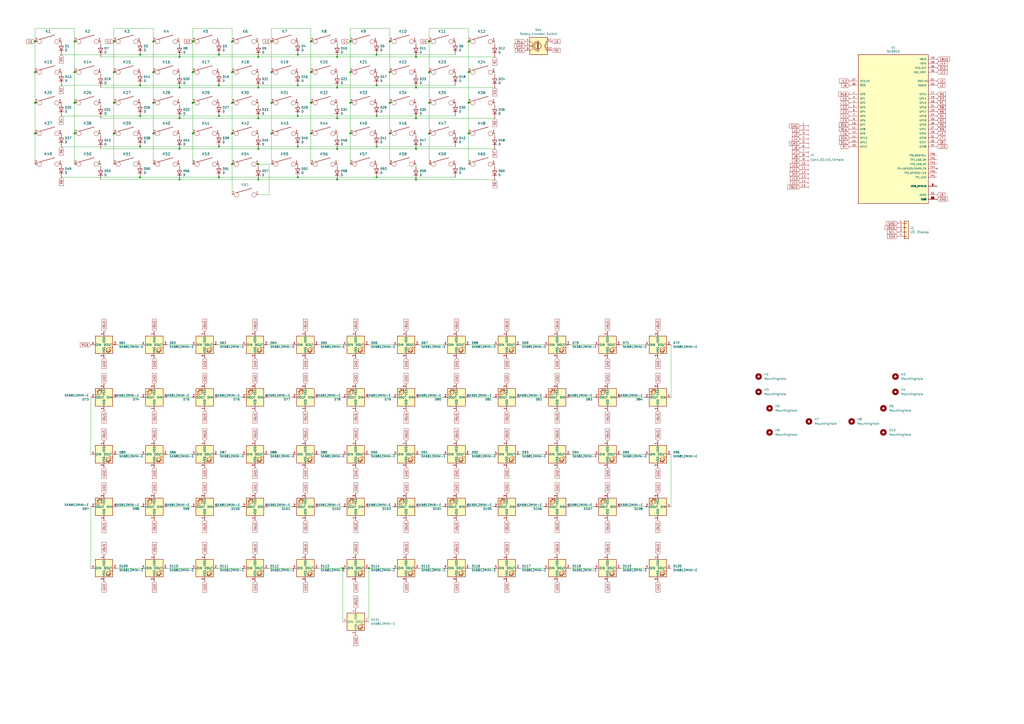
<source format=kicad_sch>
(kicad_sch (version 20230121) (generator eeschema)
  (paper "A2")
  (lib_symbols
    (symbol "Connector:Conn_01x15_Female" (pin_names (offset 1.016) hide)
      (property "Reference" "J" (at 0 20.32 0))
      (property "Value" "Conn_01x15_Female" (at 0 -20.32 0))
      (symbol "Conn_01x15_Female_1_1"
        (pin passive line (at -5.08 17.78 0) (length 3.81) (name "Pin_1") (number "1"))
        (pin passive line (at -5.08 -5.08 0) (length 3.81) (name "Pin_10") (number "10"))
        (pin passive line (at -5.08 -7.62 0) (length 3.81) (name "Pin_11") (number "11"))
        (pin passive line (at -5.08 -10.16 0) (length 3.81) (name "Pin_12") (number "12"))
        (pin passive line (at -5.08 -12.7 0) (length 3.81) (name "Pin_13") (number "13"))
        (pin passive line (at -5.08 -15.24 0) (length 3.81) (name "Pin_14") (number "14"))
        (pin passive line (at -5.08 -17.78 0) (length 3.81) (name "Pin_15") (number "15"))
        (pin passive line (at -5.08 15.24 0) (length 3.81) (name "Pin_2") (number "2"))
        (pin passive line (at -5.08 12.7 0) (length 3.81) (name "Pin_3") (number "3"))
        (pin passive line (at -5.08 10.16 0) (length 3.81) (name "Pin_4") (number "4"))
        (pin passive line (at -5.08 7.62 0) (length 3.81) (name "Pin_5") (number "5"))
        (pin passive line (at -5.08 5.08 0) (length 3.81) (name "Pin_6") (number "6"))
        (pin passive line (at -5.08 2.54 0) (length 3.81) (name "Pin_7") (number "7"))
        (pin passive line (at -5.08 0 0) (length 3.81) (name "Pin_8") (number "8"))
        (pin passive line (at -5.08 -2.54 0) (length 3.81) (name "Pin_9") (number "9"))
      )
    )
    (symbol "Connector_Generic:Conn_01x04" (pin_names (offset 1.016) hide)
      (property "Reference" "J" (at 0 5.08 0))
      (property "Value" "Conn_01x04" (at 0 -7.62 0))
      (symbol "Conn_01x04_1_1"
        (pin passive line (at -5.08 2.54 0) (length 3.81) (name "Pin_1") (number "1"))
        (pin passive line (at -5.08 0 0) (length 3.81) (name "Pin_2") (number "2"))
        (pin passive line (at -5.08 -2.54 0) (length 3.81) (name "Pin_3") (number "3"))
        (pin passive line (at -5.08 -5.08 0) (length 3.81) (name "Pin_4") (number "4"))
      )
    )
    (symbol "Device:D" (pin_numbers hide) (pin_names (offset 1.016) hide)
      (property "Reference" "D" (at 0 2.54 0))
      (property "Value" "D" (at 0 -2.54 0))
      (symbol "D_1_1"
        (pin passive line (at -3.81 0 0) (length 2.54) (name "K") (number "1"))
        (pin passive line (at 3.81 0 180) (length 2.54) (name "A") (number "2"))
      )
    )
    (symbol "Device:Rotary_Encoder_Switch" (pin_names (offset 0.254) hide)
      (property "Reference" "SW" (at 0 6.604 0))
      (property "Value" "Device_Rotary_Encoder_Switch" (at 0 -6.604 0))
      (symbol "Rotary_Encoder_Switch_1_1"
        (pin passive line (at -7.62 2.54 0) (length 2.54) (name "A") (number "A"))
        (pin passive line (at -7.62 -2.54 0) (length 2.54) (name "B") (number "B"))
        (pin passive line (at -7.62 0 0) (length 2.54) (name "C") (number "C"))
        (pin passive line (at 7.62 2.54 180) (length 2.54) (name "S1") (number "S1"))
        (pin passive line (at 7.62 -2.54 180) (length 2.54) (name "S2") (number "S2"))
      )
    )
    (symbol "Mechanical:MountingHole" (pin_names (offset 1.016))
      (property "Reference" "H" (at 0 5.08 0))
      (property "Value" "MountingHole" (at 0 3.175 0))
    )
    (symbol "PiPico:SC0915" (pin_names (offset 1.016))
      (property "Reference" "U" (at -20.32 44.069 0))
      (property "Value" "PiPico_SC0915" (at -20.32 -45.72 0))
      (symbol "SC0915_0_0"
        (pin bidirectional line (at -25.4 20.32 0) (length 5.08) (name "GP0") (number "1"))
        (pin bidirectional line (at -25.4 2.54 0) (length 5.08) (name "GP7") (number "10"))
        (pin bidirectional line (at -25.4 0 0) (length 5.08) (name "GP8") (number "11"))
        (pin bidirectional line (at -25.4 -2.54 0) (length 5.08) (name "GP9") (number "12"))
        (pin power_in line (at 25.4 -40.64 180) (length 5.08) (name "GND") (number "13"))
        (pin bidirectional line (at -25.4 -5.08 0) (length 5.08) (name "GP10") (number "14"))
        (pin bidirectional line (at -25.4 -7.62 0) (length 5.08) (name "GP11") (number "15"))
        (pin bidirectional line (at -25.4 -10.16 0) (length 5.08) (name "GP12") (number "16"))
        (pin bidirectional line (at 25.4 20.32 180) (length 5.08) (name "GP13") (number "17"))
        (pin power_in line (at 25.4 -40.64 180) (length 5.08) (name "GND") (number "18"))
        (pin bidirectional line (at 25.4 17.78 180) (length 5.08) (name "GP14") (number "19"))
        (pin bidirectional line (at -25.4 17.78 0) (length 5.08) (name "GP1") (number "2"))
        (pin bidirectional line (at 25.4 15.24 180) (length 5.08) (name "GP15") (number "20"))
        (pin bidirectional line (at 25.4 12.7 180) (length 5.08) (name "GP16") (number "21"))
        (pin bidirectional line (at 25.4 10.16 180) (length 5.08) (name "GP17") (number "22"))
        (pin power_in line (at 25.4 -40.64 180) (length 5.08) (name "GND") (number "23"))
        (pin bidirectional line (at 25.4 7.62 180) (length 5.08) (name "GP18") (number "24"))
        (pin bidirectional line (at 25.4 5.08 180) (length 5.08) (name "GP19") (number "25"))
        (pin bidirectional line (at 25.4 2.54 180) (length 5.08) (name "GP20") (number "26"))
        (pin bidirectional line (at 25.4 0 180) (length 5.08) (name "GP21") (number "27"))
        (pin power_in line (at 25.4 -40.64 180) (length 5.08) (name "GND") (number "28"))
        (pin bidirectional line (at 25.4 -2.54 180) (length 5.08) (name "GP22") (number "29"))
        (pin power_in line (at 25.4 -40.64 180) (length 5.08) (name "GND") (number "3"))
        (pin input line (at -25.4 25.4 0) (length 5.08) (name "~{RUN}") (number "30"))
        (pin bidirectional line (at 25.4 -5.08 180) (length 5.08) (name "GP26") (number "31"))
        (pin bidirectional line (at 25.4 -7.62 180) (length 5.08) (name "GP27") (number "32"))
        (pin power_in line (at 25.4 -38.1 180) (length 5.08) (name "AGND") (number "33"))
        (pin bidirectional line (at 25.4 -10.16 180) (length 5.08) (name "GP28") (number "34"))
        (pin power_in line (at 25.4 33.02 180) (length 5.08) (name "ADC_VREF") (number "35"))
        (pin power_in line (at 25.4 35.56 180) (length 5.08) (name "3V3_OUT") (number "36"))
        (pin input line (at -25.4 27.94 0) (length 5.08) (name "3V3_EN") (number "37"))
        (pin power_in line (at 25.4 -40.64 180) (length 5.08) (name "GND") (number "38"))
        (pin power_in line (at 25.4 38.1 180) (length 5.08) (name "VSYS") (number "39"))
        (pin bidirectional line (at -25.4 15.24 0) (length 5.08) (name "GP2") (number "4"))
        (pin power_in line (at 25.4 40.64 180) (length 5.08) (name "VBUS") (number "40"))
        (pin bidirectional line (at -25.4 12.7 0) (length 5.08) (name "GP3") (number "5"))
        (pin bidirectional line (at -25.4 10.16 0) (length 5.08) (name "GP4") (number "6"))
        (pin bidirectional line (at -25.4 7.62 0) (length 5.08) (name "GP5") (number "7"))
        (pin power_in line (at 25.4 -40.64 180) (length 5.08) (name "GND") (number "8"))
        (pin bidirectional line (at -25.4 5.08 0) (length 5.08) (name "GP6") (number "9"))
        (pin power_in line (at 25.4 -33.02 180) (length 5.08) (name "USB_SHIELD") (number "A"))
        (pin power_in line (at 25.4 -33.02 180) (length 5.08) (name "USB_SHIELD") (number "B"))
        (pin power_in line (at 25.4 -33.02 180) (length 5.08) (name "USB_SHIELD") (number "C"))
        (pin power_in line (at 25.4 -33.02 180) (length 5.08) (name "USB_SHIELD") (number "D"))
        (pin input clock (at 25.4 27.94 180) (length 5.08) (name "SWCLK") (number "D1"))
        (pin power_in line (at 25.4 -40.64 180) (length 5.08) (name "GND") (number "D2"))
        (pin bidirectional line (at 25.4 25.4 180) (length 5.08) (name "SWDIO") (number "D3"))
        (pin power_in line (at 25.4 -27.94 180) (length 5.08) (name "TP1_GND") (number "TP1"))
        (pin bidirectional line (at 25.4 -17.78 180) (length 5.08) (name "TP2_USB_DM") (number "TP2"))
        (pin bidirectional line (at 25.4 -20.32 180) (length 5.08) (name "TP3_USB_DP") (number "TP3"))
        (pin no_connect line (at 25.4 -22.86 180) (length 5.08) (name "TP4_GPIO23/SMPS_PS") (number "TP4"))
        (pin output line (at 25.4 -25.4 180) (length 5.08) (name "TP5_GPIO25/LED") (number "TP5"))
        (pin input line (at 25.4 -15.24 180) (length 5.08) (name "TP6_BOOTSEL") (number "TP6"))
      )
    )
    (symbol "keyboard_parts:KEYSW" (pin_names (offset 1.016))
      (property "Reference" "K?" (at -1.27 0 0))
      (symbol "KEYSW_1_1"
        (pin passive line (at 7.62 0 180) (length 1.27) (name "~") (number "1"))
        (pin passive line (at -7.62 0 0) (length 1.27) (name "~") (number "2"))
      )
    )
    (symbol "kicad-keyboard-parts:SK6812MINI-E" (pin_names (offset 0.254))
      (property "Reference" "D" (at 5.08 5.715 0))
      (property "Value" "SK6812MINI-E" (at 1.27 -5.715 0))
      (symbol "SK6812MINI-E_0_0"
        (text "RGB" (at 2.286 -4.191 0) (effects (font (size 0.762 0.762))))
      )
      (symbol "SK6812MINI-E_1_1"
        (pin power_in line (at 0 7.62 270) (length 2.54) (name "VDD") (number "1"))
        (pin output line (at 7.62 0 180) (length 2.54) (name "DOUT") (number "2"))
        (pin power_in line (at 0 -7.62 90) (length 2.54) (name "VSS") (number "3"))
        (pin input line (at -7.62 0 0) (length 2.54) (name "DIN") (number "4"))
      )
    )
  )
  (junction (at 43.18 59.69))
  (junction (at 111.76 77.47))
  (junction (at 195.58 104.14))
  (junction (at 172.72 85.09))
  (junction (at 20.32 41.91))
  (junction (at 203.2 41.91))
  (junction (at 198.755 329.565))
  (junction (at 180.34 77.47))
  (junction (at 248.92 77.47))
  (junction (at 149.86 104.14))
  (junction (at 157.48 77.47))
  (junction (at 111.76 24.13))
  (junction (at 134.62 77.47))
  (junction (at 81.28 102.87))
  (junction (at 218.44 49.53))
  (junction (at 172.72 67.31))
  (junction (at 104.14 33.02))
  (junction (at 172.72 31.75))
  (junction (at 66.04 24.13))
  (junction (at 195.58 50.8))
  (junction (at 157.48 59.69))
  (junction (at 88.9 59.69))
  (junction (at 271.78 24.13))
  (junction (at 172.72 102.87))
  (junction (at 218.44 67.31))
  (junction (at 20.32 77.47))
  (junction (at 104.14 86.36))
  (junction (at 241.3 33.02))
  (junction (at 271.78 77.47))
  (junction (at 66.04 59.69))
  (junction (at 195.58 86.36))
  (junction (at 241.3 104.14))
  (junction (at 203.2 59.69))
  (junction (at 81.28 49.53))
  (junction (at 127 67.31))
  (junction (at 127 85.09))
  (junction (at 134.62 59.69))
  (junction (at 218.44 102.87))
  (junction (at 218.44 85.09))
  (junction (at 81.28 31.75))
  (junction (at 88.9 77.47))
  (junction (at 149.86 33.02))
  (junction (at 134.62 24.13))
  (junction (at 213.995 329.565))
  (junction (at 66.04 77.47))
  (junction (at 149.86 95.25))
  (junction (at 20.32 59.69))
  (junction (at 180.34 41.91))
  (junction (at 157.48 41.91))
  (junction (at 88.9 41.91))
  (junction (at 241.3 50.8))
  (junction (at 134.62 41.91))
  (junction (at 111.76 59.69))
  (junction (at 81.28 67.31))
  (junction (at 180.34 59.69))
  (junction (at 149.86 50.8))
  (junction (at 104.14 104.14))
  (junction (at 88.9 24.13))
  (junction (at 241.3 68.58))
  (junction (at 104.14 50.8))
  (junction (at 127 49.53))
  (junction (at 226.06 59.69))
  (junction (at 241.3 86.36))
  (junction (at 248.92 59.69))
  (junction (at 226.06 24.13))
  (junction (at 43.18 77.47))
  (junction (at 66.04 41.91))
  (junction (at 203.2 77.47))
  (junction (at 43.18 24.13))
  (junction (at 149.86 86.36))
  (junction (at 248.92 41.91))
  (junction (at 218.44 31.75))
  (junction (at 43.18 41.91))
  (junction (at 111.76 41.91))
  (junction (at 248.92 24.13))
  (junction (at 271.78 41.91))
  (junction (at 104.14 68.58))
  (junction (at 271.78 59.69))
  (junction (at 20.32 24.13))
  (junction (at 157.48 24.13))
  (junction (at 195.58 68.58))
  (junction (at 195.58 33.02))
  (junction (at 149.86 68.58))
  (junction (at 81.28 85.09))
  (junction (at 127 102.87))
  (junction (at 180.34 24.13))
  (junction (at 134.62 95.25))
  (junction (at 203.2 24.13))
  (junction (at 172.72 49.53))
  (junction (at 226.06 77.47))
  (junction (at 127 31.75))
  (junction (at 226.06 41.91))
  (wire (pts (xy 43.18 59.69) (xy 43.18 41.91)))
  (wire (pts (xy 20.32 24.13) (xy 20.32 16.51)))
  (wire (pts (xy 43.18 77.47) (xy 43.18 59.69)))
  (wire (pts (xy 213.995 263.525) (xy 227.965 263.525)))
  (wire (pts (xy 241.3 78.74) (xy 241.3 77.47)))
  (wire (pts (xy 104.14 86.36) (xy 58.42 86.36)))
  (wire (pts (xy 248.92 59.69) (xy 248.92 77.47)))
  (wire (pts (xy 315.595 294.005) (xy 301.625 294.005)))
  (wire (pts (xy 149.86 43.18) (xy 149.86 41.91)))
  (wire (pts (xy 149.86 86.36) (xy 104.14 86.36)))
  (wire (pts (xy 227.965 329.565) (xy 213.995 329.565)))
  (wire (pts (xy 81.915 294.005) (xy 67.945 294.005)))
  (wire (pts (xy 241.3 104.14) (xy 195.58 104.14)))
  (wire (pts (xy 66.04 95.25) (xy 66.04 77.47)))
  (wire (pts (xy 271.78 77.47) (xy 271.78 59.69)))
  (wire (pts (xy 111.76 41.91) (xy 111.76 24.13)))
  (wire (pts (xy 104.14 50.8) (xy 58.42 50.8)))
  (wire (pts (xy 195.58 59.69) (xy 195.58 60.96)))
  (wire (pts (xy 169.545 329.565) (xy 155.575 329.565)))
  (wire (pts (xy 111.76 95.25) (xy 111.76 77.47)))
  (wire (pts (xy 81.28 31.75) (xy 127 31.75)))
  (wire (pts (xy 248.92 41.91) (xy 248.92 59.69)))
  (wire (pts (xy 257.175 294.005) (xy 243.205 294.005)))
  (wire (pts (xy 243.205 200.025) (xy 257.175 200.025)))
  (wire (pts (xy 184.785 230.505) (xy 198.755 230.505)))
  (wire (pts (xy 66.04 24.13) (xy 66.04 41.91)))
  (wire (pts (xy 126.365 263.525) (xy 140.335 263.525)))
  (wire (pts (xy 287.02 25.4) (xy 287.02 24.13)))
  (wire (pts (xy 301.625 200.025) (xy 315.595 200.025)))
  (wire (pts (xy 20.32 16.51) (xy 43.18 16.51)))
  (wire (pts (xy 226.06 59.69) (xy 226.06 41.91)))
  (wire (pts (xy 140.335 329.565) (xy 126.365 329.565)))
  (wire (pts (xy 58.42 78.74) (xy 58.42 77.47)))
  (wire (pts (xy 140.335 294.005) (xy 126.365 294.005)))
  (wire (pts (xy 104.14 60.96) (xy 104.14 59.69)))
  (wire (pts (xy 172.72 85.09) (xy 218.44 85.09)))
  (wire (pts (xy 184.785 329.565) (xy 198.755 329.565)))
  (wire (pts (xy 241.3 86.36) (xy 195.58 86.36)))
  (wire (pts (xy 127 85.09) (xy 172.72 85.09)))
  (wire (pts (xy 301.625 263.525) (xy 315.595 263.525)))
  (wire (pts (xy 241.3 68.58) (xy 287.02 68.58)))
  (wire (pts (xy 149.86 59.69) (xy 149.86 60.96)))
  (wire (pts (xy 111.125 230.505) (xy 97.155 230.505)))
  (wire (pts (xy 360.045 263.525) (xy 374.015 263.525)))
  (wire (pts (xy 218.44 67.31) (xy 264.16 67.31)))
  (wire (pts (xy 35.56 85.09) (xy 81.28 85.09)))
  (wire (pts (xy 330.835 200.025) (xy 344.805 200.025)))
  (wire (pts (xy 157.48 95.25) (xy 157.48 77.47)))
  (wire (pts (xy 226.06 95.25) (xy 226.06 77.47)))
  (wire (pts (xy 241.3 50.8) (xy 195.58 50.8)))
  (wire (pts (xy 180.34 95.25) (xy 180.34 77.47)))
  (wire (pts (xy 149.86 50.8) (xy 104.14 50.8)))
  (wire (pts (xy 271.78 95.25) (xy 271.78 77.47)))
  (wire (pts (xy 195.58 33.02) (xy 149.86 33.02)))
  (wire (pts (xy 149.86 113.03) (xy 156.21 113.03)))
  (wire (pts (xy 315.595 230.505) (xy 301.625 230.505)))
  (wire (pts (xy 169.545 294.005) (xy 155.575 294.005)))
  (wire (pts (xy 286.385 230.505) (xy 272.415 230.505)))
  (wire (pts (xy 172.72 49.53) (xy 218.44 49.53)))
  (wire (pts (xy 157.48 24.13) (xy 157.48 41.91)))
  (wire (pts (xy 20.32 59.69) (xy 20.32 77.47)))
  (wire (pts (xy 81.28 49.53) (xy 127 49.53)))
  (wire (pts (xy 271.78 41.91) (xy 271.78 24.13)))
  (wire (pts (xy 43.18 95.25) (xy 43.18 77.47)))
  (wire (pts (xy 195.58 68.58) (xy 241.3 68.58)))
  (wire (pts (xy 58.42 68.58) (xy 104.14 68.58)))
  (wire (pts (xy 203.2 95.25) (xy 203.2 77.47)))
  (wire (pts (xy 389.255 263.525) (xy 389.255 294.005)))
  (wire (pts (xy 248.92 24.13) (xy 248.92 41.91)))
  (wire (pts (xy 315.595 329.565) (xy 301.625 329.565)))
  (wire (pts (xy 287.02 104.14) (xy 241.3 104.14)))
  (wire (pts (xy 227.965 294.005) (xy 213.995 294.005)))
  (wire (pts (xy 111.76 77.47) (xy 111.76 59.69)))
  (wire (pts (xy 149.86 68.58) (xy 195.58 68.58)))
  (wire (pts (xy 66.04 41.91) (xy 66.04 59.69)))
  (wire (pts (xy 81.28 67.31) (xy 127 67.31)))
  (wire (pts (xy 286.385 329.565) (xy 272.415 329.565)))
  (wire (pts (xy 88.9 41.91) (xy 88.9 59.69)))
  (wire (pts (xy 104.14 25.4) (xy 104.14 24.13)))
  (wire (pts (xy 157.48 24.13) (xy 157.48 16.51)))
  (wire (pts (xy 180.34 59.69) (xy 180.34 41.91)))
  (wire (pts (xy 149.86 33.02) (xy 104.14 33.02)))
  (wire (pts (xy 88.9 16.51) (xy 88.9 24.13)))
  (wire (pts (xy 134.62 95.25) (xy 134.62 77.47)))
  (wire (pts (xy 104.14 68.58) (xy 149.86 68.58)))
  (wire (pts (xy 104.14 78.74) (xy 104.14 77.47)))
  (wire (pts (xy 172.72 31.75) (xy 218.44 31.75)))
  (wire (pts (xy 287.02 50.8) (xy 241.3 50.8)))
  (wire (pts (xy 374.015 230.505) (xy 360.045 230.505)))
  (wire (pts (xy 344.805 230.505) (xy 330.835 230.505)))
  (wire (pts (xy 97.155 200.025) (xy 111.125 200.025)))
  (wire (pts (xy 287.02 78.74) (xy 287.02 77.47)))
  (wire (pts (xy 155.575 200.025) (xy 169.545 200.025)))
  (wire (pts (xy 81.915 329.565) (xy 67.945 329.565)))
  (wire (pts (xy 134.62 16.51) (xy 134.62 24.13)))
  (wire (pts (xy 67.945 200.025) (xy 81.915 200.025)))
  (wire (pts (xy 287.02 86.36) (xy 241.3 86.36)))
  (wire (pts (xy 20.32 95.25) (xy 20.32 77.47)))
  (wire (pts (xy 286.385 294.005) (xy 272.415 294.005)))
  (wire (pts (xy 111.125 329.565) (xy 97.155 329.565)))
  (wire (pts (xy 195.58 86.36) (xy 149.86 86.36)))
  (wire (pts (xy 241.3 24.13) (xy 241.3 25.4)))
  (wire (pts (xy 272.415 200.025) (xy 286.385 200.025)))
  (wire (pts (xy 104.14 43.18) (xy 104.14 41.91)))
  (wire (pts (xy 20.32 24.13) (xy 20.32 41.91)))
  (wire (pts (xy 344.805 294.005) (xy 330.835 294.005)))
  (wire (pts (xy 149.86 104.14) (xy 104.14 104.14)))
  (wire (pts (xy 226.06 16.51) (xy 226.06 24.13)))
  (wire (pts (xy 227.965 230.505) (xy 213.995 230.505)))
  (wire (pts (xy 195.58 104.14) (xy 149.86 104.14)))
  (wire (pts (xy 157.48 77.47) (xy 157.48 59.69)))
  (wire (pts (xy 20.32 41.91) (xy 20.32 59.69)))
  (wire (pts (xy 241.3 33.02) (xy 195.58 33.02)))
  (wire (pts (xy 287.02 59.69) (xy 287.02 60.96)))
  (wire (pts (xy 81.28 102.87) (xy 127 102.87)))
  (wire (pts (xy 248.92 16.51) (xy 271.78 16.51)))
  (wire (pts (xy 104.14 95.25) (xy 104.14 96.52)))
  (wire (pts (xy 218.44 31.75) (xy 264.16 31.75)))
  (wire (pts (xy 169.545 230.505) (xy 155.575 230.505)))
  (wire (pts (xy 271.78 16.51) (xy 271.78 24.13)))
  (wire (pts (xy 184.785 263.525) (xy 198.755 263.525)))
  (wire (pts (xy 218.44 49.53) (xy 264.16 49.53)))
  (wire (pts (xy 111.125 294.005) (xy 97.155 294.005)))
  (wire (pts (xy 213.995 200.025) (xy 227.965 200.025)))
  (wire (pts (xy 218.44 102.87) (xy 264.16 102.87)))
  (wire (pts (xy 243.205 263.525) (xy 257.175 263.525)))
  (wire (pts (xy 195.58 78.74) (xy 195.58 77.47)))
  (wire (pts (xy 97.155 263.525) (xy 111.125 263.525)))
  (wire (pts (xy 248.92 24.13) (xy 248.92 16.51)))
  (wire (pts (xy 241.3 43.18) (xy 241.3 41.91)))
  (wire (pts (xy 195.58 50.8) (xy 149.86 50.8)))
  (wire (pts (xy 81.28 85.09) (xy 127 85.09)))
  (wire (pts (xy 66.04 24.13) (xy 66.04 16.51)))
  (wire (pts (xy 52.705 230.505) (xy 52.705 263.525)))
  (wire (pts (xy 58.42 96.52) (xy 58.42 95.25)))
  (wire (pts (xy 198.755 294.005) (xy 184.785 294.005)))
  (wire (pts (xy 35.56 102.87) (xy 81.28 102.87)))
  (wire (pts (xy 203.2 59.69) (xy 203.2 77.47)))
  (wire (pts (xy 389.255 200.025) (xy 389.255 230.505)))
  (wire (pts (xy 257.175 329.565) (xy 243.205 329.565)))
  (wire (pts (xy 134.62 113.03) (xy 134.62 95.25)))
  (wire (pts (xy 35.56 31.75) (xy 81.28 31.75)))
  (wire (pts (xy 330.835 263.525) (xy 344.805 263.525)))
  (wire (pts (xy 127 31.75) (xy 172.72 31.75)))
  (wire (pts (xy 104.14 33.02) (xy 58.42 33.02)))
  (wire (pts (xy 203.2 16.51) (xy 226.06 16.51)))
  (wire (pts (xy 52.705 329.565) (xy 52.705 294.005)))
  (wire (pts (xy 134.62 41.91) (xy 134.62 59.69)))
  (wire (pts (xy 248.92 95.25) (xy 248.92 77.47)))
  (wire (pts (xy 184.785 200.025) (xy 198.755 200.025)))
  (wire (pts (xy 198.755 329.565) (xy 198.755 360.68)))
  (wire (pts (xy 81.915 230.505) (xy 67.945 230.505)))
  (wire (pts (xy 88.9 24.13) (xy 88.9 41.91)))
  (wire (pts (xy 88.9 95.25) (xy 88.9 77.47)))
  (wire (pts (xy 66.04 16.51) (xy 88.9 16.51)))
  (wire (pts (xy 272.415 263.525) (xy 286.385 263.525)))
  (wire (pts (xy 111.76 59.69) (xy 111.76 41.91)))
  (wire (pts (xy 195.58 43.18) (xy 195.58 41.91)))
  (wire (pts (xy 88.9 59.69) (xy 88.9 77.47)))
  (wire (pts (xy 127 102.87) (xy 172.72 102.87)))
  (wire (pts (xy 203.2 24.13) (xy 203.2 16.51)))
  (wire (pts (xy 180.34 16.51) (xy 180.34 24.13)))
  (wire (pts (xy 287.02 33.02) (xy 241.3 33.02)))
  (wire (pts (xy 58.42 60.96) (xy 58.42 59.69)))
  (wire (pts (xy 257.175 230.505) (xy 243.205 230.505)))
  (wire (pts (xy 149.86 25.4) (xy 149.86 24.13)))
  (wire (pts (xy 43.18 41.91) (xy 43.18 24.13)))
  (wire (pts (xy 172.72 67.31) (xy 218.44 67.31)))
  (wire (pts (xy 360.045 200.025) (xy 374.015 200.025)))
  (wire (pts (xy 374.015 329.565) (xy 360.045 329.565)))
  (wire (pts (xy 104.14 104.14) (xy 58.42 104.14)))
  (wire (pts (xy 287.02 96.52) (xy 287.02 95.25)))
  (wire (pts (xy 226.06 41.91) (xy 226.06 24.13)))
  (wire (pts (xy 195.58 96.52) (xy 195.58 95.25)))
  (wire (pts (xy 58.42 43.18) (xy 58.42 41.91)))
  (wire (pts (xy 67.945 263.525) (xy 81.915 263.525)))
  (wire (pts (xy 287.02 43.18) (xy 287.02 41.91)))
  (wire (pts (xy 374.015 294.005) (xy 360.045 294.005)))
  (wire (pts (xy 134.62 24.13) (xy 134.62 41.91)))
  (wire (pts (xy 127 67.31) (xy 172.72 67.31)))
  (wire (pts (xy 195.58 25.4) (xy 195.58 24.13)))
  (wire (pts (xy 156.21 113.03) (xy 156.21 95.25)))
  (wire (pts (xy 155.575 263.525) (xy 169.545 263.525)))
  (wire (pts (xy 213.995 360.68) (xy 213.995 329.565)))
  (wire (pts (xy 226.06 77.47) (xy 226.06 59.69)))
  (wire (pts (xy 43.18 16.51) (xy 43.18 24.13)))
  (wire (pts (xy 203.2 41.91) (xy 203.2 59.69)))
  (wire (pts (xy 157.48 16.51) (xy 180.34 16.51)))
  (wire (pts (xy 241.3 96.52) (xy 241.3 95.25)))
  (wire (pts (xy 127 49.53) (xy 172.72 49.53)))
  (wire (pts (xy 344.805 329.565) (xy 330.835 329.565)))
  (wire (pts (xy 111.76 16.51) (xy 134.62 16.51)))
  (wire (pts (xy 35.56 49.53) (xy 81.28 49.53)))
  (wire (pts (xy 149.86 78.74) (xy 149.86 77.47)))
  (wire (pts (xy 218.44 85.09) (xy 264.16 85.09)))
  (wire (pts (xy 271.78 59.69) (xy 271.78 41.91)))
  (wire (pts (xy 35.56 67.31) (xy 81.28 67.31)))
  (wire (pts (xy 66.04 59.69) (xy 66.04 77.47)))
  (wire (pts (xy 140.335 230.505) (xy 126.365 230.505)))
  (wire (pts (xy 203.2 24.13) (xy 203.2 41.91)))
  (wire (pts (xy 157.48 41.91) (xy 157.48 59.69)))
  (wire (pts (xy 111.76 24.13) (xy 111.76 16.51)))
  (wire (pts (xy 58.42 25.4) (xy 58.42 24.13)))
  (wire (pts (xy 149.86 96.52) (xy 149.86 95.25)))
  (wire (pts (xy 126.365 200.025) (xy 140.335 200.025)))
  (wire (pts (xy 180.34 41.91) (xy 180.34 24.13)))
  (wire (pts (xy 156.21 95.25) (xy 149.86 95.25)))
  (wire (pts (xy 134.62 59.69) (xy 134.62 77.47)))
  (wire (pts (xy 172.72 102.87) (xy 218.44 102.87)))
  (wire (pts (xy 241.3 59.69) (xy 241.3 60.96)))
  (wire (pts (xy 180.34 77.47) (xy 180.34 59.69)))
  (global_label "RGB" (shape input) (at 492.76 54.61 180) (property "Intersheetrefs" "${INTERSHEET_REFS}" (effects hide)))
  (global_label "GND" (shape input) (at 264.795 271.145 270) (property "Intersheetrefs" "${INTERSHEET_REFS}" (effects hide)))
  (global_label "R0" (shape input) (at 320.04 29.21 0) (property "Intersheetrefs" "${INTERSHEET_REFS}" (effects hide)))
  (global_label "GND" (shape input) (at 381.635 271.145 270) (property "Intersheetrefs" "${INTERSHEET_REFS}" (effects hide)))
  (global_label "GND" (shape input) (at 381.635 286.385 90) (property "Intersheetrefs" "${INTERSHEET_REFS}" (effects hide)))
  (global_label "GND" (shape input) (at 352.425 286.385 90) (property "Intersheetrefs" "${INTERSHEET_REFS}" (effects hide)))
  (global_label "REa" (shape input) (at 304.8 24.13 180) (property "Intersheetrefs" "${INTERSHEET_REFS}" (effects hide)))
  (global_label "VBUS" (shape input) (at 60.325 301.625 270) (property "Intersheetrefs" "${INTERSHEET_REFS}" (effects hide)))
  (global_label "VBUS" (shape input) (at 118.745 321.945 90) (property "Intersheetrefs" "${INTERSHEET_REFS}" (effects hide)))
  (global_label "VBUS" (shape input) (at 294.005 255.905 90) (property "Intersheetrefs" "${INTERSHEET_REFS}" (effects hide)))
  (global_label "GND" (shape input) (at 118.745 207.645 270) (property "Intersheetrefs" "${INTERSHEET_REFS}" (effects hide)))
  (global_label "R6" (shape input) (at 543.56 64.77 0) (property "Intersheetrefs" "${INTERSHEET_REFS}" (effects hide)))
  (global_label "GND" (shape input) (at 206.375 271.145 270) (property "Intersheetrefs" "${INTERSHEET_REFS}" (effects hide)))
  (global_label "RGB" (shape input) (at 52.705 200.025 180) (property "Intersheetrefs" "${INTERSHEET_REFS}" (effects hide)))
  (global_label "VBUS" (shape input) (at 352.425 255.905 90) (property "Intersheetrefs" "${INTERSHEET_REFS}" (effects hide)))
  (global_label "VBUS" (shape input) (at 352.425 301.625 270) (property "Intersheetrefs" "${INTERSHEET_REFS}" (effects hide)))
  (global_label "VBUS" (shape input) (at 235.585 301.625 270) (property "Intersheetrefs" "${INTERSHEET_REFS}" (effects hide)))
  (global_label "GND" (shape input) (at 264.795 222.885 90) (property "Intersheetrefs" "${INTERSHEET_REFS}" (effects hide)))
  (global_label "R3" (shape input) (at 287.02 50.8 270) (property "Intersheetrefs" "${INTERSHEET_REFS}" (effects hide)))
  (global_label "VBUS" (shape input) (at 147.955 321.945 90) (property "Intersheetrefs" "${INTERSHEET_REFS}" (effects hide)))
  (global_label "VBUS" (shape input) (at 206.375 301.625 270) (property "Intersheetrefs" "${INTERSHEET_REFS}" (effects hide)))
  (global_label "VBUS" (shape input) (at 323.215 255.905 90) (property "Intersheetrefs" "${INTERSHEET_REFS}" (effects hide)))
  (global_label "GND" (shape input) (at 177.165 337.185 270) (property "Intersheetrefs" "${INTERSHEET_REFS}" (effects hide)))
  (global_label "VBUS" (shape input) (at 206.375 321.945 90) (property "Intersheetrefs" "${INTERSHEET_REFS}" (effects hide)))
  (global_label "SDA" (shape input) (at 492.76 80.01 180) (property "Intersheetrefs" "${INTERSHEET_REFS}" (effects hide)))
  (global_label "VBUS" (shape input) (at 352.425 238.125 270) (property "Intersheetrefs" "${INTERSHEET_REFS}" (effects hide)))
  (global_label "VBUS" (shape input) (at 294.005 301.625 270) (property "Intersheetrefs" "${INTERSHEET_REFS}" (effects hide)))
  (global_label "C0" (shape input) (at 492.76 57.15 180) (property "Intersheetrefs" "${INTERSHEET_REFS}" (effects hide)))
  (global_label "R5" (shape input) (at 543.56 54.61 0) (property "Intersheetrefs" "${INTERSHEET_REFS}" (effects hide)))
  (global_label "VBUS" (shape input) (at 323.215 301.625 270) (property "Intersheetrefs" "${INTERSHEET_REFS}" (effects hide)))
  (global_label "GND" (shape input) (at 381.635 337.185 270) (property "Intersheetrefs" "${INTERSHEET_REFS}" (effects hide)))
  (global_label "VBUS" (shape input) (at 543.56 34.29 0) (property "Intersheetrefs" "${INTERSHEET_REFS}" (effects hide)))
  (global_label "VBUS" (shape input) (at 294.005 192.405 90) (property "Intersheetrefs" "${INTERSHEET_REFS}" (effects hide)))
  (global_label "VBUS" (shape input) (at 323.215 321.945 90) (property "Intersheetrefs" "${INTERSHEET_REFS}" (effects hide)))
  (global_label "GND" (shape input) (at 381.635 207.645 270) (property "Intersheetrefs" "${INTERSHEET_REFS}" (effects hide)))
  (global_label "GND" (shape input) (at 381.635 222.885 90) (property "Intersheetrefs" "${INTERSHEET_REFS}" (effects hide)))
  (global_label "C1" (shape input) (at 492.76 59.69 180) (property "Intersheetrefs" "${INTERSHEET_REFS}" (effects hide)))
  (global_label "VBUS" (shape input) (at 89.535 321.945 90) (property "Intersheetrefs" "${INTERSHEET_REFS}" (effects hide)))
  (global_label "VBUS" (shape input) (at 177.165 192.405 90) (property "Intersheetrefs" "${INTERSHEET_REFS}" (effects hide)))
  (global_label "GND" (shape input) (at 235.585 286.385 90) (property "Intersheetrefs" "${INTERSHEET_REFS}" (effects hide)))
  (global_label "3V3" (shape input) (at 464.185 100.965 180) (property "Intersheetrefs" "${INTERSHEET_REFS}" (effects hide)))
  (global_label "GND" (shape input) (at 206.375 286.385 90) (property "Intersheetrefs" "${INTERSHEET_REFS}" (effects hide)))
  (global_label "GND" (shape input) (at 235.585 222.885 90) (property "Intersheetrefs" "${INTERSHEET_REFS}" (effects hide)))
  (global_label "VBUS" (shape input) (at 235.585 321.945 90) (property "Intersheetrefs" "${INTERSHEET_REFS}" (effects hide)))
  (global_label "GND" (shape input) (at 464.185 73.025 180) (property "Intersheetrefs" "${INTERSHEET_REFS}" (effects hide)))
  (global_label "GND" (shape input) (at 352.425 222.885 90) (property "Intersheetrefs" "${INTERSHEET_REFS}" (effects hide)))
  (global_label "R2" (shape input) (at 35.56 49.53 270) (property "Intersheetrefs" "${INTERSHEET_REFS}" (effects hide)))
  (global_label "VBUS" (shape input) (at 147.955 255.905 90) (property "Intersheetrefs" "${INTERSHEET_REFS}" (effects hide)))
  (global_label "GND" (shape input) (at 89.535 337.185 270) (property "Intersheetrefs" "${INTERSHEET_REFS}" (effects hide)))
  (global_label "GND" (shape input) (at 177.165 286.385 90) (property "Intersheetrefs" "${INTERSHEET_REFS}" (effects hide)))
  (global_label "R4" (shape input) (at 543.56 67.31 0) (property "Intersheetrefs" "${INTERSHEET_REFS}" (effects hide)))
  (global_label "C3" (shape input) (at 157.48 24.13 180) (property "Intersheetrefs" "${INTERSHEET_REFS}" (effects hide)))
  (global_label "GND" (shape input) (at 235.585 337.185 270) (property "Intersheetrefs" "${INTERSHEET_REFS}" (effects hide)))
  (global_label "GND" (shape input) (at 60.325 337.185 270) (property "Intersheetrefs" "${INTERSHEET_REFS}" (effects hide)))
  (global_label "J2" (shape input) (at 464.185 75.565 180) (property "Intersheetrefs" "${INTERSHEET_REFS}" (effects hide)))
  (global_label "GND" (shape input) (at 118.745 222.885 90) (property "Intersheetrefs" "${INTERSHEET_REFS}" (effects hide)))
  (global_label "VBUS" (shape input) (at 89.535 192.405 90) (property "Intersheetrefs" "${INTERSHEET_REFS}" (effects hide)))
  (global_label "VBUS" (shape input) (at 206.375 255.905 90) (property "Intersheetrefs" "${INTERSHEET_REFS}" (effects hide)))
  (global_label "J8" (shape input) (at 464.185 90.805 180) (property "Intersheetrefs" "${INTERSHEET_REFS}" (effects hide)))
  (global_label "J10" (shape input) (at 464.185 95.885 180) (property "Intersheetrefs" "${INTERSHEET_REFS}" (effects hide)))
  (global_label "VBUS" (shape input) (at 520.7 132.08 180) (property "Intersheetrefs" "${INTERSHEET_REFS}" (effects hide)))
  (global_label "REb" (shape input) (at 304.8 29.21 180) (property "Intersheetrefs" "${INTERSHEET_REFS}" (effects hide)))
  (global_label "VBUS" (shape input) (at 381.635 192.405 90) (property "Intersheetrefs" "${INTERSHEET_REFS}" (effects hide)))
  (global_label "GND" (shape input) (at 464.185 83.185 180) (property "Intersheetrefs" "${INTERSHEET_REFS}" (effects hide)))
  (global_label "J3" (shape input) (at 464.185 78.105 180) (property "Intersheetrefs" "${INTERSHEET_REFS}" (effects hide)))
  (global_label "SDA" (shape input) (at 520.7 137.16 180) (property "Intersheetrefs" "${INTERSHEET_REFS}" (effects hide)))
  (global_label "R9" (shape input) (at 287.02 104.14 270) (property "Intersheetrefs" "${INTERSHEET_REFS}" (effects hide)))
  (global_label "GND" (shape input) (at 323.215 286.385 90) (property "Intersheetrefs" "${INTERSHEET_REFS}" (effects hide)))
  (global_label "SCL" (shape input) (at 492.76 82.55 180) (property "Intersheetrefs" "${INTERSHEET_REFS}" (effects hide)))
  (global_label "VBUS" (shape input) (at 464.185 108.585 180) (property "Intersheetrefs" "${INTERSHEET_REFS}" (effects hide)))
  (global_label "VBUS" (shape input) (at 381.635 238.125 270) (property "Intersheetrefs" "${INTERSHEET_REFS}" (effects hide)))
  (global_label "VBUS" (shape input) (at 60.325 238.125 270) (property "Intersheetrefs" "${INTERSHEET_REFS}" (effects hide)))
  (global_label "GND" (shape input) (at 89.535 286.385 90) (property "Intersheetrefs" "${INTERSHEET_REFS}" (effects hide)))
  (global_label "J13" (shape input) (at 492.76 46.99 180) (property "Intersheetrefs" "${INTERSHEET_REFS}" (effects hide)))
  (global_label "R4" (shape input) (at 35.56 67.31 270) (property "Intersheetrefs" "${INTERSHEET_REFS}" (effects hide)))
  (global_label "R0" (shape input) (at 35.56 31.75 270) (property "Intersheetrefs" "${INTERSHEET_REFS}" (effects hide)))
  (global_label "GND" (shape input) (at 323.215 271.145 270) (property "Intersheetrefs" "${INTERSHEET_REFS}" (effects hide)))
  (global_label "R1" (shape input) (at 287.02 33.02 270) (property "Intersheetrefs" "${INTERSHEET_REFS}" (effects hide)))
  (global_label "VBUS" (shape input) (at 177.165 238.125 270) (property "Intersheetrefs" "${INTERSHEET_REFS}" (effects hide)))
  (global_label "GND" (shape input) (at 118.745 271.145 270) (property "Intersheetrefs" "${INTERSHEET_REFS}" (effects hide)))
  (global_label "J7" (shape input) (at 464.185 88.265 180) (property "Intersheetrefs" "${INTERSHEET_REFS}" (effects hide)))
  (global_label "GND" (shape input) (at 235.585 207.645 270) (property "Intersheetrefs" "${INTERSHEET_REFS}" (effects hide)))
  (global_label "VBUS" (shape input) (at 381.635 301.625 270) (property "Intersheetrefs" "${INTERSHEET_REFS}" (effects hide)))
  (global_label "C6" (shape input) (at 320.04 24.13 0) (property "Intersheetrefs" "${INTERSHEET_REFS}" (effects hide)))
  (global_label "VBUS" (shape input) (at 235.585 255.905 90) (property "Intersheetrefs" "${INTERSHEET_REFS}" (effects hide)))
  (global_label "C2" (shape input) (at 492.76 62.23 180) (property "Intersheetrefs" "${INTERSHEET_REFS}" (effects hide)))
  (global_label "VBUS" (shape input) (at 235.585 238.125 270) (property "Intersheetrefs" "${INTERSHEET_REFS}" (effects hide)))
  (global_label "R5" (shape input) (at 287.02 68.58 270) (property "Intersheetrefs" "${INTERSHEET_REFS}" (effects hide)))
  (global_label "GND" (shape input) (at 60.325 286.385 90) (property "Intersheetrefs" "${INTERSHEET_REFS}" (effects hide)))
  (global_label "VBUS" (shape input) (at 177.165 321.945 90) (property "Intersheetrefs" "${INTERSHEET_REFS}" (effects hide)))
  (global_label "GND" (shape input) (at 323.215 337.185 270) (property "Intersheetrefs" "${INTERSHEET_REFS}" (effects hide)))
  (global_label "VBUS" (shape input) (at 264.795 192.405 90) (property "Intersheetrefs" "${INTERSHEET_REFS}" (effects hide)))
  (global_label "GND" (shape input) (at 235.585 271.145 270) (property "Intersheetrefs" "${INTERSHEET_REFS}" (effects hide)))
  (global_label "VBUS" (shape input) (at 147.955 238.125 270) (property "Intersheetrefs" "${INTERSHEET_REFS}" (effects hide)))
  (global_label "GND" (shape input) (at 147.955 222.885 90) (property "Intersheetrefs" "${INTERSHEET_REFS}" (effects hide)))
  (global_label "VBUS" (shape input) (at 206.375 192.405 90) (property "Intersheetrefs" "${INTERSHEET_REFS}" (effects hide)))
  (global_label "C0" (shape input) (at 20.32 24.13 180) (property "Intersheetrefs" "${INTERSHEET_REFS}" (effects hide)))
  (global_label "3V3" (shape input) (at 543.56 39.37 0) (property "Intersheetrefs" "${INTERSHEET_REFS}" (effects hide)))
  (global_label "GND" (shape input) (at 206.375 337.185 270) (property "Intersheetrefs" "${INTERSHEET_REFS}" (effects hide)))
  (global_label "VBUS" (shape input) (at 89.535 255.905 90) (property "Intersheetrefs" "${INTERSHEET_REFS}" (effects hide)))
  (global_label "GND" (shape input) (at 206.375 207.645 270) (property "Intersheetrefs" "${INTERSHEET_REFS}" (effects hide)))
  (global_label "C4" (shape input) (at 203.2 24.13 180) (property "Intersheetrefs" "${INTERSHEET_REFS}" (effects hide)))
  (global_label "GND" (shape input) (at 60.325 271.145 270) (property "Intersheetrefs" "${INTERSHEET_REFS}" (effects hide)))
  (global_label "VBUS" (shape input) (at 118.745 192.405 90) (property "Intersheetrefs" "${INTERSHEET_REFS}" (effects hide)))
  (global_label "J14" (shape input) (at 543.56 36.83 0) (property "Intersheetrefs" "${INTERSHEET_REFS}" (effects hide)))
  (global_label "VBUS" (shape input) (at 60.325 321.945 90) (property "Intersheetrefs" "${INTERSHEET_REFS}" (effects hide)))
  (global_label "R8" (shape input) (at 35.56 102.87 270) (property "Intersheetrefs" "${INTERSHEET_REFS}" (effects hide)))
  (global_label "J14" (shape input) (at 464.185 106.045 180) (property "Intersheetrefs" "${INTERSHEET_REFS}" (effects hide)))
  (global_label "GND" (shape input) (at 543.56 115.57 0) (property "Intersheetrefs" "${INTERSHEET_REFS}" (effects hide)))
  (global_label "C5" (shape input) (at 248.92 24.13 180) (property "Intersheetrefs" "${INTERSHEET_REFS}" (effects hide)))
  (global_label "VBUS" (shape input) (at 177.165 255.905 90) (property "Intersheetrefs" "${INTERSHEET_REFS}" (effects hide)))
  (global_label "VBUS" (shape input) (at 381.635 321.945 90) (property "Intersheetrefs" "${INTERSHEET_REFS}" (effects hide)))
  (global_label "GND" (shape input) (at 89.535 207.645 270) (property "Intersheetrefs" "${INTERSHEET_REFS}" (effects hide)))
  (global_label "C1" (shape input) (at 66.04 24.13 180) (property "Intersheetrefs" "${INTERSHEET_REFS}" (effects hide)))
  (global_label "SCL" (shape input) (at 520.7 134.62 180) (property "Intersheetrefs" "${INTERSHEET_REFS}" (effects hide)))
  (global_label "R0" (shape input) (at 543.56 72.39 0) (property "Intersheetrefs" "${INTERSHEET_REFS}" (effects hide)))
  (global_label "GND" (shape input) (at 264.795 286.385 90) (property "Intersheetrefs" "${INTERSHEET_REFS}" (effects hide)))
  (global_label "VBUS" (shape input) (at 294.005 321.945 90) (property "Intersheetrefs" "${INTERSHEET_REFS}" (effects hide)))
  (global_label "J6" (shape input) (at 464.185 85.725 180) (property "Intersheetrefs" "${INTERSHEET_REFS}" (effects hide)))
  (global_label "J9" (shape input) (at 464.185 93.345 180) (property "Intersheetrefs" "${INTERSHEET_REFS}" (effects hide)))
  (global_label "GND" (shape input) (at 177.165 271.145 270) (property "Intersheetrefs" "${INTERSHEET_REFS}" (effects hide)))
  (global_label "C6" (shape input) (at 492.76 77.47 180) (property "Intersheetrefs" "${INTERSHEET_REFS}" (effects hide)))
  (global_label "GND" (shape input) (at 323.215 207.645 270) (property "Intersheetrefs" "${INTERSHEET_REFS}" (effects hide)))
  (global_label "VBUS" (shape input) (at 235.585 192.405 90) (property "Intersheetrefs" "${INTERSHEET_REFS}" (effects hide)))
  (global_label "VBUS" (shape input) (at 264.795 301.625 270) (property "Intersheetrefs" "${INTERSHEET_REFS}" (effects hide)))
  (global_label "GND" (shape input) (at 147.955 286.385 90) (property "Intersheetrefs" "${INTERSHEET_REFS}" (effects hide)))
  (global_label "VBUS" (shape input) (at 89.535 301.625 270) (property "Intersheetrefs" "${INTERSHEET_REFS}" (effects hide)))
  (global_label "J4" (shape input) (at 543.56 77.47 0) (property "Intersheetrefs" "${INTERSHEET_REFS}" (effects hide)))
  (global_label "GND" (shape input) (at 323.215 222.885 90) (property "Intersheetrefs" "${INTERSHEET_REFS}" (effects hide)))
  (global_label "R1" (shape input) (at 543.56 59.69 0) (property "Intersheetrefs" "${INTERSHEET_REFS}" (effects hide)))
  (global_label "VBUS" (shape input) (at 60.325 192.405 90) (property "Intersheetrefs" "${INTERSHEET_REFS}" (effects hide)))
  (global_label "C3" (shape input) (at 492.76 64.77 180) (property "Intersheetrefs" "${INTERSHEET_REFS}" (effects hide)))
  (global_label "J4" (shape input) (at 464.185 80.645 180) (property "Intersheetrefs" "${INTERSHEET_REFS}" (effects hide)))
  (global_label "GND" (shape input) (at 89.535 222.885 90) (property "Intersheetrefs" "${INTERSHEET_REFS}" (effects hide)))
  (global_label "J8" (shape input) (at 543.56 82.55 0) (property "Intersheetrefs" "${INTERSHEET_REFS}" (effects hide)))
  (global_label "GND" (shape input) (at 147.955 207.645 270) (property "Intersheetrefs" "${INTERSHEET_REFS}" (effects hide)))
  (global_label "REa" (shape input) (at 492.76 74.93 180) (property "Intersheetrefs" "${INTERSHEET_REFS}" (effects hide)))
  (global_label "GND" (shape input) (at 294.005 286.385 90) (property "Intersheetrefs" "${INTERSHEET_REFS}" (effects hide)))
  (global_label "GND" (shape input) (at 294.005 271.145 270) (property "Intersheetrefs" "${INTERSHEET_REFS}" (effects hide)))
  (global_label "GND" (shape input) (at 206.375 368.3 270) (property "Intersheetrefs" "${INTERSHEET_REFS}" (effects hide)))
  (global_label "C2" (shape input) (at 111.76 24.13 180) (property "Intersheetrefs" "${INTERSHEET_REFS}" (effects hide)))
  (global_label "J11" (shape input) (at 464.185 98.425 180) (property "Intersheetrefs" "${INTERSHEET_REFS}" (effects hide)))
  (global_label "VBUS" (shape input) (at 206.375 238.125 270) (property "Intersheetrefs" "${INTERSHEET_REFS}" (effects hide)))
  (global_label "GND" (shape input) (at 118.745 286.385 90) (property "Intersheetrefs" "${INTERSHEET_REFS}" (effects hide)))
  (global_label "J7" (shape input) (at 543.56 80.01 0) (property "Intersheetrefs" "${INTERSHEET_REFS}" (effects hide)))
  (global_label "GND" (shape input) (at 89.535 271.145 270) (property "Intersheetrefs" "${INTERSHEET_REFS}" (effects hide)))
  (global_label "GND" (shape input) (at 147.955 271.145 270) (property "Intersheetrefs" "${INTERSHEET_REFS}" (effects hide)))
  (global_label "GND" (shape input) (at 60.325 222.885 90) (property "Intersheetrefs" "${INTERSHEET_REFS}" (effects hide)))
  (global_label "GND" (shape input) (at 177.165 222.885 90) (property "Intersheetrefs" "${INTERSHEET_REFS}" (effects hide)))
  (global_label "R7" (shape input) (at 287.02 86.36 270) (property "Intersheetrefs" "${INTERSHEET_REFS}" (effects hide)))
  (global_label "GND" (shape input) (at 60.325 207.645 270) (property "Intersheetrefs" "${INTERSHEET_REFS}" (effects hide)))
  (global_label "VBUS" (shape input) (at 118.745 255.905 90) (property "Intersheetrefs" "${INTERSHEET_REFS}" (effects hide)))
  (global_label "J2" (shape input) (at 543.56 49.53 0) (property "Intersheetrefs" "${INTERSHEET_REFS}" (effects hide)))
  (global_label "J10" (shape input) (at 543.56 85.09 0) (property "Intersheetrefs" "${INTERSHEET_REFS}" (effects hide)))
  (global_label "R6" (shape input) (at 35.56 85.09 270) (property "Intersheetrefs" "${INTERSHEET_REFS}" (effects hide)))
  (global_label "VBUS" (shape input) (at 323.215 192.405 90) (property "Intersheetrefs" "${INTERSHEET_REFS}" (effects hide)))
  (global_label "VBUS" (shape input) (at 177.165 301.625 270) (property "Intersheetrefs" "${INTERSHEET_REFS}" (effects hide)))
  (global_label "REb" (shape input) (at 492.76 72.39 180) (property "Intersheetrefs" "${INTERSHEET_REFS}" (effects hide)))
  (global_label "VBUS" (shape input) (at 323.215 238.125 270) (property "Intersheetrefs" "${INTERSHEET_REFS}" (effects hide)))
  (global_label "GND" (shape input) (at 294.005 207.645 270) (property "Intersheetrefs" "${INTERSHEET_REFS}" (effects hide)))
  (global_label "VBUS" (shape input) (at 206.375 353.06 90) (property "Intersheetrefs" "${INTERSHEET_REFS}" (effects hide)))
  (global_label "GND" (shape input) (at 352.425 207.645 270) (property "Intersheetrefs" "${INTERSHEET_REFS}" (effects hide)))
  (global_label "J6" (shape input) (at 492.76 49.53 180) (property "Intersheetrefs" "${INTERSHEET_REFS}" (effects hide)))
  (global_label "GND" (shape input) (at 177.165 207.645 270) (property "Intersheetrefs" "${INTERSHEET_REFS}" (effects hide)))
  (global_label "GND" (shape input) (at 294.005 337.185 270) (property "Intersheetrefs" "${INTERSHEET_REFS}" (effects hide)))
  (global_label "GND" (shape input) (at 206.375 222.885 90) (property "Intersheetrefs" "${INTERSHEET_REFS}" (effects hide)))
  (global_label "VBUS" (shape input) (at 89.535 238.125 270) (property "Intersheetrefs" "${INTERSHEET_REFS}" (effects hide)))
  (global_label "J9" (shape input) (at 543.56 113.03 0) (property "Intersheetrefs" "${INTERSHEET_REFS}" (effects hide)))
  (global_label "VBUS" (shape input) (at 147.955 301.625 270) (property "Intersheetrefs" "${INTERSHEET_REFS}" (effects hide)))
  (global_label "GND" (shape input) (at 352.425 337.185 270) (property "Intersheetrefs" "${INTERSHEET_REFS}" (effects hide)))
  (global_label "GND" (shape input) (at 264.795 207.645 270) (property "Intersheetrefs" "${INTERSHEET_REFS}" (effects hide)))
  (global_label "GND" (shape input) (at 520.7 129.54 180) (property "Intersheetrefs" "${INTERSHEET_REFS}" (effects hide)))
  (global_label "J3" (shape input) (at 543.56 46.99 0) (property "Intersheetrefs" "${INTERSHEET_REFS}" (effects hide)))
  (global_label "GND" (shape input) (at 118.745 337.185 270) (property "Intersheetrefs" "${INTERSHEET_REFS}" (effects hide)))
  (global_label "VBUS" (shape input) (at 264.795 238.125 270) (property "Intersheetrefs" "${INTERSHEET_REFS}" (effects hide)))
  (global_label "VBUS" (shape input) (at 352.425 321.945 90) (property "Intersheetrefs" "${INTERSHEET_REFS}" (effects hide)))
  (global_label "VBUS" (shape input) (at 294.005 238.125 270) (property "Intersheetrefs" "${INTERSHEET_REFS}" (effects hide)))
  (global_label "VBUS" (shape input) (at 381.635 255.905 90) (property "Intersheetrefs" "${INTERSHEET_REFS}" (effects hide)))
  (global_label "GND" (shape input) (at 352.425 271.145 270) (property "Intersheetrefs" "${INTERSHEET_REFS}" (effects hide)))
  (global_label "VBUS" (shape input) (at 264.795 321.945 90) (property "Intersheetrefs" "${INTERSHEET_REFS}" (effects hide)))
  (global_label "R2" (shape input) (at 543.56 69.85 0) (property "Intersheetrefs" "${INTERSHEET_REFS}" (effects hide)))
  (global_label "R7" (shape input) (at 492.76 85.09 180) (property "Intersheetrefs" "${INTERSHEET_REFS}" (effects hide)))
  (global_label "GND" (shape input) (at 147.955 337.185 270) (property "Intersheetrefs" "${INTERSHEET_REFS}" (effects hide)))
  (global_label "VBUS" (shape input) (at 118.745 301.625 270) (property "Intersheetrefs" "${INTERSHEET_REFS}" (effects hide)))
  (global_label "R9" (shape input) (at 543.56 74.93 0) (property "Intersheetrefs" "${INTERSHEET_REFS}" (effects hide)))
  (global_label "VBUS" (shape input) (at 352.425 192.405 90) (property "Intersheetrefs" "${INTERSHEET_REFS}" (effects hide)))
  (global_label "VBUS" (shape input) (at 118.745 238.125 270) (property "Intersheetrefs" "${INTERSHEET_REFS}" (effects hide)))
  (global_label "VBUS" (shape input) (at 264.795 255.905 90) (property "Intersheetrefs" "${INTERSHEET_REFS}" (effects hide)))
  (global_label "VBUS" (shape input) (at 147.955 192.405 90) (property "Intersheetrefs" "${INTERSHEET_REFS}" (effects hide)))
  (global_label "VBUS" (shape input) (at 60.325 255.905 90) (property "Intersheetrefs" "${INTERSHEET_REFS}" (effects hide)))
  (global_label "C4" (shape input) (at 492.76 67.31 180) (property "Intersheetrefs" "${INTERSHEET_REFS}" (effects hide)))
  (global_label "GND" (shape input) (at 264.795 337.185 270) (property "Intersheetrefs" "${INTERSHEET_REFS}" (effects hide)))
  (global_label "J11" (shape input) (at 543.56 41.91 0) (property "Intersheetrefs" "${INTERSHEET_REFS}" (effects hide)))
  (global_label "GND" (shape input) (at 304.8 26.67 180) (property "Intersheetrefs" "${INTERSHEET_REFS}" (effects hide)))
  (global_label "GND" (shape input) (at 294.005 222.885 90) (property "Intersheetrefs" "${INTERSHEET_REFS}" (effects hide)))
  (global_label "J13" (shape input) (at 464.185 103.505 180) (property "Intersheetrefs" "${INTERSHEET_REFS}" (effects hide)))
  (global_label "R8" (shape input) (at 543.56 62.23 0) (property "Intersheetrefs" "${INTERSHEET_REFS}" (effects hide)))
  (global_label "R3" (shape input) (at 543.56 57.15 0) (property "Intersheetrefs" "${INTERSHEET_REFS}" (effects hide)))
  (global_label "C5" (shape input) (at 492.76 69.85 180) (property "Intersheetrefs" "${INTERSHEET_REFS}" (effects hide)))
  (symbol (lib_id "PiPico:SC0915") (at 518.16 74.93 0) (unit 1)
    (property "Reference" "U1" (at 518.16 27.5082 0))
    (property "Value" "SC0915" (at 518.16 29.8196 0))
    (property "Footprint" "SC0915:MODULE_SC0915" (effects hide))
    (property "MAXIMUM_PACKAGE_HEIGHT" "3.73mm" (effects hide))
    (property "STANDARD" "Manufacturer Recommendations" (effects hide))
    (property "PARTREV" "1.6" (effects hide))
    (property "MANUFACTURER" "Raspberry Pi" (effects hide))
  )
  (symbol (lib_id "keyboard_parts:KEYSW") (at 27.94 24.13 0) (unit 1)
    (property "Reference" "K1" (at 27.94 18.2118 0) (effects (font (size 1.524 1.524))))
    (property "Value" "KEYSW" (effects hide))
    (property "Footprint" "MX_Only:MXOnly-1U-NoLED_tight" (effects hide))
  )
  (symbol (lib_id "Device:D") (at 35.56 27.94 90) (unit 1)
    (property "Reference" "D1" (at 37.592 26.7716 90) (effects (justify right)))
    (property "Value" "D" (at 37.592 29.083 90) (effects (justify right)))
    (property "Footprint" "kicad-keyboard-parts:Diode No Label" (effects hide))
  )
  (symbol (lib_id "keyboard_parts:KEYSW") (at 50.8 24.13 0) (unit 1)
    (property "Reference" "K2" (at 50.8 18.2118 0) (effects (font (size 1.524 1.524))))
    (property "Value" "KEYSW" (effects hide))
    (property "Footprint" "MX_Only:MXOnly-1U-NoLED_tight" (effects hide))
  )
  (symbol (lib_id "Device:D") (at 58.42 29.21 90) (unit 1)
    (property "Reference" "D7" (at 60.452 28.0416 90) (effects (justify right)))
    (property "Value" "D" (at 60.452 30.353 90) (effects (justify right)))
    (property "Footprint" "kicad-keyboard-parts:Diode No Label" (effects hide))
  )
  (symbol (lib_id "keyboard_parts:KEYSW") (at 73.66 24.13 0) (unit 1)
    (property "Reference" "K3" (at 73.66 18.2118 0) (effects (font (size 1.524 1.524))))
    (property "Value" "KEYSW" (effects hide))
    (property "Footprint" "MX_Only:MXOnly-1U-NoLED_tight" (effects hide))
  )
  (symbol (lib_id "Device:D") (at 81.28 27.94 90) (unit 1)
    (property "Reference" "D2" (at 83.312 26.7716 90) (effects (justify right)))
    (property "Value" "D" (at 83.312 29.083 90) (effects (justify right)))
    (property "Footprint" "kicad-keyboard-parts:Diode No Label" (effects hide))
  )
  (symbol (lib_id "keyboard_parts:KEYSW") (at 96.52 24.13 0) (unit 1)
    (property "Reference" "K4" (at 96.52 18.2118 0) (effects (font (size 1.524 1.524))))
    (property "Value" "KEYSW" (effects hide))
    (property "Footprint" "MX_Only:MXOnly-1U-NoLED_tight" (effects hide))
  )
  (symbol (lib_id "Device:D") (at 104.14 29.21 90) (unit 1)
    (property "Reference" "D8" (at 106.172 28.0416 90) (effects (justify right)))
    (property "Value" "D" (at 106.172 30.353 90) (effects (justify right)))
    (property "Footprint" "kicad-keyboard-parts:Diode No Label" (effects hide))
  )
  (symbol (lib_id "keyboard_parts:KEYSW") (at 119.38 24.13 0) (unit 1)
    (property "Reference" "K5" (at 119.38 18.2118 0) (effects (font (size 1.524 1.524))))
    (property "Value" "KEYSW" (effects hide))
    (property "Footprint" "MX_Only:MXOnly-1U-NoLED_tight" (effects hide))
  )
  (symbol (lib_id "Device:D") (at 127 27.94 90) (unit 1)
    (property "Reference" "D3" (at 129.032 26.7716 90) (effects (justify right)))
    (property "Value" "D" (at 129.032 29.083 90) (effects (justify right)))
    (property "Footprint" "kicad-keyboard-parts:Diode No Label" (effects hide))
  )
  (symbol (lib_id "keyboard_parts:KEYSW") (at 142.24 24.13 0) (unit 1)
    (property "Reference" "K6" (at 142.24 18.2118 0) (effects (font (size 1.524 1.524))))
    (property "Value" "KEYSW" (effects hide))
    (property "Footprint" "MX_Only:MXOnly-1U-NoLED_tight" (effects hide))
  )
  (symbol (lib_id "Device:D") (at 149.86 29.21 90) (unit 1)
    (property "Reference" "D9" (at 151.892 28.0416 90) (effects (justify right)))
    (property "Value" "D" (at 151.892 30.353 90) (effects (justify right)))
    (property "Footprint" "kicad-keyboard-parts:Diode No Label" (effects hide))
  )
  (symbol (lib_id "keyboard_parts:KEYSW") (at 165.1 24.13 0) (unit 1)
    (property "Reference" "K7" (at 165.1 18.2118 0) (effects (font (size 1.524 1.524))))
    (property "Value" "KEYSW" (effects hide))
    (property "Footprint" "MX_Only:MXOnly-1U-NoLED_tight" (effects hide))
  )
  (symbol (lib_id "Device:D") (at 172.72 27.94 90) (unit 1)
    (property "Reference" "D4" (at 174.752 26.7716 90) (effects (justify right)))
    (property "Value" "D" (at 174.752 29.083 90) (effects (justify right)))
    (property "Footprint" "kicad-keyboard-parts:Diode No Label" (effects hide))
  )
  (symbol (lib_id "keyboard_parts:KEYSW") (at 187.96 24.13 0) (unit 1)
    (property "Reference" "K8" (at 187.96 18.2118 0) (effects (font (size 1.524 1.524))))
    (property "Value" "KEYSW" (effects hide))
    (property "Footprint" "MX_Only:MXOnly-1U-NoLED_tight" (effects hide))
  )
  (symbol (lib_id "Device:D") (at 195.58 29.21 90) (unit 1)
    (property "Reference" "D10" (at 197.612 28.0416 90) (effects (justify right)))
    (property "Value" "D" (at 197.612 30.353 90) (effects (justify right)))
    (property "Footprint" "kicad-keyboard-parts:Diode No Label" (effects hide))
  )
  (symbol (lib_id "keyboard_parts:KEYSW") (at 210.82 24.13 0) (unit 1)
    (property "Reference" "K9" (at 210.82 18.2118 0) (effects (font (size 1.524 1.524))))
    (property "Value" "KEYSW" (effects hide))
    (property "Footprint" "MX_Only:MXOnly-1U-NoLED_tight" (effects hide))
  )
  (symbol (lib_id "Device:D") (at 218.44 27.94 90) (unit 1)
    (property "Reference" "D5" (at 220.472 26.7716 90) (effects (justify right)))
    (property "Value" "D" (at 220.472 29.083 90) (effects (justify right)))
    (property "Footprint" "kicad-keyboard-parts:Diode No Label" (effects hide))
  )
  (symbol (lib_id "keyboard_parts:KEYSW") (at 233.68 24.13 0) (unit 1)
    (property "Reference" "K10" (at 233.68 18.2118 0) (effects (font (size 1.524 1.524))))
    (property "Value" "KEYSW" (effects hide))
    (property "Footprint" "MX_Only:MXOnly-1U-NoLED_tight" (effects hide))
  )
  (symbol (lib_id "Device:D") (at 241.3 29.21 90) (unit 1)
    (property "Reference" "D11" (at 243.332 28.0416 90) (effects (justify right)))
    (property "Value" "D" (at 243.332 30.353 90) (effects (justify right)))
    (property "Footprint" "kicad-keyboard-parts:Diode No Label" (effects hide))
  )
  (symbol (lib_id "keyboard_parts:KEYSW") (at 256.54 24.13 0) (unit 1)
    (property "Reference" "K11" (at 256.54 18.2118 0) (effects (font (size 1.524 1.524))))
    (property "Value" "KEYSW" (effects hide))
    (property "Footprint" "MX_Only:MXOnly-1U-NoLED_tight" (effects hide))
  )
  (symbol (lib_id "Device:D") (at 264.16 27.94 90) (unit 1)
    (property "Reference" "D6" (at 266.192 26.7716 90) (effects (justify right)))
    (property "Value" "D" (at 266.192 29.083 90) (effects (justify right)))
    (property "Footprint" "kicad-keyboard-parts:Diode No Label" (effects hide))
  )
  (symbol (lib_id "keyboard_parts:KEYSW") (at 279.4 24.13 0) (unit 1)
    (property "Reference" "K12" (at 279.4 18.2118 0) (effects (font (size 1.524 1.524))))
    (property "Value" "KEYSW" (effects hide))
    (property "Footprint" "MX_Only:MXOnly-1U-NoLED_tight" (effects hide))
  )
  (symbol (lib_id "Device:D") (at 287.02 29.21 90) (unit 1)
    (property "Reference" "D12" (at 289.052 28.0416 90) (effects (justify right)))
    (property "Value" "D" (at 289.052 30.353 90) (effects (justify right)))
    (property "Footprint" "kicad-keyboard-parts:Diode No Label" (effects hide))
  )
  (symbol (lib_id "kicad-keyboard-parts:SK6812MINI-E") (at 60.325 200.025 0) (unit 1)
    (property "Reference" "D61" (at 69.0626 198.8566 0) (effects (justify left)))
    (property "Value" "SK6812MINI-E" (at 69.0626 201.168 0) (effects (justify left)))
    (property "Footprint" "kicad-keyboard-parts:MX_SK6812MINI-E RL no keepout no via" (effects hide))
    (property "Datasheet" "https://cdn-shop.adafruit.com/product-files/2686/SK6812MINI_REV.01-1-2.pdf" (effects hide))
  )
  (symbol (lib_id "keyboard_parts:KEYSW") (at 27.94 41.91 0) (unit 1)
    (property "Reference" "K13" (at 27.94 35.9918 0) (effects (font (size 1.524 1.524))))
    (property "Value" "KEYSW" (effects hide))
    (property "Footprint" "MX_Only:MXOnly-1U-NoLED_tight" (effects hide))
  )
  (symbol (lib_id "Device:D") (at 35.56 45.72 90) (unit 1)
    (property "Reference" "D13" (at 37.592 44.5516 90) (effects (justify right)))
    (property "Value" "D" (at 37.592 46.863 90) (effects (justify right)))
    (property "Footprint" "kicad-keyboard-parts:Diode No Label" (effects hide))
  )
  (symbol (lib_id "keyboard_parts:KEYSW") (at 50.8 41.91 0) (unit 1)
    (property "Reference" "K14" (at 50.8 35.9918 0) (effects (font (size 1.524 1.524))))
    (property "Value" "KEYSW" (effects hide))
    (property "Footprint" "MX_Only:MXOnly-1U-NoLED_tight" (effects hide))
  )
  (symbol (lib_id "Device:D") (at 58.42 46.99 90) (unit 1)
    (property "Reference" "D19" (at 60.452 45.8216 90) (effects (justify right)))
    (property "Value" "D" (at 60.452 48.133 90) (effects (justify right)))
    (property "Footprint" "kicad-keyboard-parts:Diode No Label" (effects hide))
  )
  (symbol (lib_id "keyboard_parts:KEYSW") (at 73.66 41.91 0) (unit 1)
    (property "Reference" "K15" (at 73.66 35.9918 0) (effects (font (size 1.524 1.524))))
    (property "Value" "KEYSW" (effects hide))
    (property "Footprint" "MX_Only:MXOnly-1U-NoLED_tight" (effects hide))
  )
  (symbol (lib_id "Device:D") (at 81.28 45.72 90) (unit 1)
    (property "Reference" "D14" (at 83.312 44.5516 90) (effects (justify right)))
    (property "Value" "D" (at 83.312 46.863 90) (effects (justify right)))
    (property "Footprint" "kicad-keyboard-parts:Diode No Label" (effects hide))
  )
  (symbol (lib_id "keyboard_parts:KEYSW") (at 96.52 41.91 0) (unit 1)
    (property "Reference" "K16" (at 96.52 35.9918 0) (effects (font (size 1.524 1.524))))
    (property "Value" "KEYSW" (effects hide))
    (property "Footprint" "MX_Only:MXOnly-1U-NoLED_tight" (effects hide))
  )
  (symbol (lib_id "Device:D") (at 104.14 46.99 90) (unit 1)
    (property "Reference" "D20" (at 106.172 45.8216 90) (effects (justify right)))
    (property "Value" "D" (at 106.172 48.133 90) (effects (justify right)))
    (property "Footprint" "kicad-keyboard-parts:Diode No Label" (effects hide))
  )
  (symbol (lib_id "keyboard_parts:KEYSW") (at 119.38 41.91 0) (unit 1)
    (property "Reference" "K17" (at 119.38 35.9918 0) (effects (font (size 1.524 1.524))))
    (property "Value" "KEYSW" (effects hide))
    (property "Footprint" "MX_Only:MXOnly-1U-NoLED_tight" (effects hide))
  )
  (symbol (lib_id "Device:D") (at 127 45.72 90) (unit 1)
    (property "Reference" "D15" (at 129.032 44.5516 90) (effects (justify right)))
    (property "Value" "D" (at 129.032 46.863 90) (effects (justify right)))
    (property "Footprint" "kicad-keyboard-parts:Diode No Label" (effects hide))
  )
  (symbol (lib_id "keyboard_parts:KEYSW") (at 142.24 41.91 0) (unit 1)
    (property "Reference" "K18" (at 142.24 35.9918 0) (effects (font (size 1.524 1.524))))
    (property "Value" "KEYSW" (effects hide))
    (property "Footprint" "MX_Only:MXOnly-1U-NoLED_tight" (effects hide))
  )
  (symbol (lib_id "Device:D") (at 149.86 46.99 90) (unit 1)
    (property "Reference" "D21" (at 151.892 45.8216 90) (effects (justify right)))
    (property "Value" "D" (at 151.892 48.133 90) (effects (justify right)))
    (property "Footprint" "kicad-keyboard-parts:Diode No Label" (effects hide))
  )
  (symbol (lib_id "keyboard_parts:KEYSW") (at 165.1 41.91 0) (unit 1)
    (property "Reference" "K19" (at 165.1 35.9918 0) (effects (font (size 1.524 1.524))))
    (property "Value" "KEYSW" (effects hide))
    (property "Footprint" "MX_Only:MXOnly-1U-NoLED_tight" (effects hide))
  )
  (symbol (lib_id "Device:D") (at 172.72 45.72 90) (unit 1)
    (property "Reference" "D16" (at 174.752 44.5516 90) (effects (justify right)))
    (property "Value" "D" (at 174.752 46.863 90) (effects (justify right)))
    (property "Footprint" "kicad-keyboard-parts:Diode No Label" (effects hide))
  )
  (symbol (lib_id "keyboard_parts:KEYSW") (at 187.96 41.91 0) (unit 1)
    (property "Reference" "K20" (at 187.96 35.9918 0) (effects (font (size 1.524 1.524))))
    (property "Value" "KEYSW" (effects hide))
    (property "Footprint" "MX_Only:MXOnly-1U-NoLED_tight" (effects hide))
  )
  (symbol (lib_id "Device:D") (at 195.58 46.99 90) (unit 1)
    (property "Reference" "D22" (at 197.612 45.8216 90) (effects (justify right)))
    (property "Value" "D" (at 197.612 48.133 90) (effects (justify right)))
    (property "Footprint" "kicad-keyboard-parts:Diode No Label" (effects hide))
  )
  (symbol (lib_id "keyboard_parts:KEYSW") (at 210.82 41.91 0) (unit 1)
    (property "Reference" "K21" (at 210.82 35.9918 0) (effects (font (size 1.524 1.524))))
    (property "Value" "KEYSW" (effects hide))
    (property "Footprint" "MX_Only:MXOnly-1U-NoLED_tight" (effects hide))
  )
  (symbol (lib_id "Device:D") (at 218.44 45.72 90) (unit 1)
    (property "Reference" "D17" (at 220.472 44.5516 90) (effects (justify right)))
    (property "Value" "D" (at 220.472 46.863 90) (effects (justify right)))
    (property "Footprint" "kicad-keyboard-parts:Diode No Label" (effects hide))
  )
  (symbol (lib_id "keyboard_parts:KEYSW") (at 233.68 41.91 0) (unit 1)
    (property "Reference" "K22" (at 233.68 35.9918 0) (effects (font (size 1.524 1.524))))
    (property "Value" "KEYSW" (effects hide))
    (property "Footprint" "MX_Only:MXOnly-1U-NoLED_tight" (effects hide))
  )
  (symbol (lib_id "Device:D") (at 241.3 46.99 90) (unit 1)
    (property "Reference" "D23" (at 243.332 45.8216 90) (effects (justify right)))
    (property "Value" "D" (at 243.332 48.133 90) (effects (justify right)))
    (property "Footprint" "kicad-keyboard-parts:Diode No Label" (effects hide))
  )
  (symbol (lib_id "keyboard_parts:KEYSW") (at 256.54 41.91 0) (unit 1)
    (property "Reference" "K23" (at 256.54 35.9918 0) (effects (font (size 1.524 1.524))))
    (property "Value" "KEYSW" (effects hide))
    (property "Footprint" "MX_Only:MXOnly-1U-NoLED_tight" (effects hide))
  )
  (symbol (lib_id "Device:D") (at 264.16 45.72 90) (unit 1)
    (property "Reference" "D18" (at 266.192 44.5516 90) (effects (justify right)))
    (property "Value" "D" (at 266.192 46.863 90) (effects (justify right)))
    (property "Footprint" "kicad-keyboard-parts:Diode No Label" (effects hide))
  )
  (symbol (lib_id "keyboard_parts:KEYSW") (at 279.4 41.91 0) (unit 1)
    (property "Reference" "K24" (at 279.4 35.9918 0) (effects (font (size 1.524 1.524))))
    (property "Value" "KEYSW" (effects hide))
    (property "Footprint" "MX_Only:MXOnly-1U-NoLED_tight" (effects hide))
  )
  (symbol (lib_id "Device:D") (at 287.02 46.99 90) (unit 1)
    (property "Reference" "D24" (at 289.052 45.8216 90) (effects (justify right)))
    (property "Value" "D" (at 289.052 48.133 90) (effects (justify right)))
    (property "Footprint" "kicad-keyboard-parts:Diode No Label" (effects hide))
  )
  (symbol (lib_id "kicad-keyboard-parts:SK6812MINI-E") (at 89.535 200.025 0) (unit 1)
    (property "Reference" "D62" (at 98.2726 198.8566 0) (effects (justify left)))
    (property "Value" "SK6812MINI-E" (at 98.2726 201.168 0) (effects (justify left)))
    (property "Footprint" "kicad-keyboard-parts:MX_SK6812MINI-E RL no keepout no via" (effects hide))
    (property "Datasheet" "https://cdn-shop.adafruit.com/product-files/2686/SK6812MINI_REV.01-1-2.pdf" (effects hide))
  )
  (symbol (lib_id "keyboard_parts:KEYSW") (at 27.94 59.69 0) (unit 1)
    (property "Reference" "K25" (at 27.94 53.7718 0) (effects (font (size 1.524 1.524))))
    (property "Value" "KEYSW" (effects hide))
    (property "Footprint" "MX_Only:MXOnly-1U-NoLED_tight" (effects hide))
  )
  (symbol (lib_id "Device:D") (at 35.56 63.5 90) (unit 1)
    (property "Reference" "D25" (at 37.592 62.3316 90) (effects (justify right)))
    (property "Value" "D" (at 37.592 64.643 90) (effects (justify right)))
    (property "Footprint" "kicad-keyboard-parts:Diode No Label" (effects hide))
  )
  (symbol (lib_id "keyboard_parts:KEYSW") (at 50.8 59.69 0) (unit 1)
    (property "Reference" "K26" (at 50.8 53.7718 0) (effects (font (size 1.524 1.524))))
    (property "Value" "KEYSW" (effects hide))
    (property "Footprint" "MX_Only:MXOnly-1U-NoLED_tight" (effects hide))
  )
  (symbol (lib_id "Device:D") (at 58.42 64.77 90) (unit 1)
    (property "Reference" "D31" (at 60.452 63.6016 90) (effects (justify right)))
    (property "Value" "D" (at 60.452 65.913 90) (effects (justify right)))
    (property "Footprint" "kicad-keyboard-parts:Diode No Label" (effects hide))
  )
  (symbol (lib_id "keyboard_parts:KEYSW") (at 73.66 59.69 0) (unit 1)
    (property "Reference" "K27" (at 73.66 53.7718 0) (effects (font (size 1.524 1.524))))
    (property "Value" "KEYSW" (effects hide))
    (property "Footprint" "MX_Only:MXOnly-1U-NoLED_tight" (effects hide))
  )
  (symbol (lib_id "Device:D") (at 81.28 63.5 90) (unit 1)
    (property "Reference" "D26" (at 83.312 62.3316 90) (effects (justify right)))
    (property "Value" "D" (at 83.312 64.643 90) (effects (justify right)))
    (property "Footprint" "kicad-keyboard-parts:Diode No Label" (effects hide))
  )
  (symbol (lib_id "keyboard_parts:KEYSW") (at 96.52 59.69 0) (unit 1)
    (property "Reference" "K28" (at 96.52 53.7718 0) (effects (font (size 1.524 1.524))))
    (property "Value" "KEYSW" (effects hide))
    (property "Footprint" "MX_Only:MXOnly-1U-NoLED_tight" (effects hide))
  )
  (symbol (lib_id "Device:D") (at 104.14 64.77 90) (unit 1)
    (property "Reference" "D32" (at 106.172 63.6016 90) (effects (justify right)))
    (property "Value" "D" (at 106.172 65.913 90) (effects (justify right)))
    (property "Footprint" "kicad-keyboard-parts:Diode No Label" (effects hide))
  )
  (symbol (lib_id "keyboard_parts:KEYSW") (at 119.38 59.69 0) (unit 1)
    (property "Reference" "K29" (at 119.38 53.7718 0) (effects (font (size 1.524 1.524))))
    (property "Value" "KEYSW" (effects hide))
    (property "Footprint" "MX_Only:MXOnly-1U-NoLED_tight" (effects hide))
  )
  (symbol (lib_id "Device:D") (at 127 63.5 90) (unit 1)
    (property "Reference" "D27" (at 129.032 62.3316 90) (effects (justify right)))
    (property "Value" "D" (at 129.032 64.643 90) (effects (justify right)))
    (property "Footprint" "kicad-keyboard-parts:Diode No Label" (effects hide))
  )
  (symbol (lib_id "keyboard_parts:KEYSW") (at 142.24 59.69 0) (unit 1)
    (property "Reference" "K30" (at 142.24 53.7718 0) (effects (font (size 1.524 1.524))))
    (property "Value" "KEYSW" (effects hide))
    (property "Footprint" "MX_Only:MXOnly-1U-NoLED_tight" (effects hide))
  )
  (symbol (lib_id "Device:D") (at 149.86 64.77 90) (unit 1)
    (property "Reference" "D33" (at 151.892 63.6016 90) (effects (justify right)))
    (property "Value" "D" (at 151.892 65.913 90) (effects (justify right)))
    (property "Footprint" "kicad-keyboard-parts:Diode No Label" (effects hide))
  )
  (symbol (lib_id "keyboard_parts:KEYSW") (at 165.1 59.69 0) (unit 1)
    (property "Reference" "K31" (at 165.1 53.7718 0) (effects (font (size 1.524 1.524))))
    (property "Value" "KEYSW" (effects hide))
    (property "Footprint" "MX_Only:MXOnly-1U-NoLED_tight" (effects hide))
  )
  (symbol (lib_id "Device:D") (at 172.72 63.5 90) (unit 1)
    (property "Reference" "D28" (at 174.752 62.3316 90) (effects (justify right)))
    (property "Value" "D" (at 174.752 64.643 90) (effects (justify right)))
    (property "Footprint" "kicad-keyboard-parts:Diode No Label" (effects hide))
  )
  (symbol (lib_id "keyboard_parts:KEYSW") (at 187.96 59.69 0) (unit 1)
    (property "Reference" "K32" (at 187.96 53.7718 0) (effects (font (size 1.524 1.524))))
    (property "Value" "KEYSW" (effects hide))
    (property "Footprint" "MX_Only:MXOnly-1U-NoLED_tight" (effects hide))
  )
  (symbol (lib_id "Device:D") (at 195.58 64.77 90) (unit 1)
    (property "Reference" "D34" (at 197.612 63.6016 90) (effects (justify right)))
    (property "Value" "D" (at 197.612 65.913 90) (effects (justify right)))
    (property "Footprint" "kicad-keyboard-parts:Diode No Label" (effects hide))
  )
  (symbol (lib_id "keyboard_parts:KEYSW") (at 210.82 59.69 0) (unit 1)
    (property "Reference" "K33" (at 210.82 53.7718 0) (effects (font (size 1.524 1.524))))
    (property "Value" "KEYSW" (effects hide))
    (property "Footprint" "MX_Only:MXOnly-1U-NoLED_tight" (effects hide))
  )
  (symbol (lib_id "Device:D") (at 218.44 63.5 90) (unit 1)
    (property "Reference" "D29" (at 220.472 62.3316 90) (effects (justify right)))
    (property "Value" "D" (at 220.472 64.643 90) (effects (justify right)))
    (property "Footprint" "kicad-keyboard-parts:Diode No Label" (effects hide))
  )
  (symbol (lib_id "keyboard_parts:KEYSW") (at 233.68 59.69 0) (unit 1)
    (property "Reference" "K34" (at 233.68 53.7718 0) (effects (font (size 1.524 1.524))))
    (property "Value" "KEYSW" (effects hide))
    (property "Footprint" "MX_Only:MXOnly-1U-NoLED_tight" (effects hide))
  )
  (symbol (lib_id "Device:D") (at 241.3 64.77 90) (unit 1)
    (property "Reference" "D35" (at 243.332 63.6016 90) (effects (justify right)))
    (property "Value" "D" (at 243.332 65.913 90) (effects (justify right)))
    (property "Footprint" "kicad-keyboard-parts:Diode No Label" (effects hide))
  )
  (symbol (lib_id "keyboard_parts:KEYSW") (at 256.54 59.69 0) (unit 1)
    (property "Reference" "K35" (at 256.54 53.7718 0) (effects (font (size 1.524 1.524))))
    (property "Value" "KEYSW" (effects hide))
    (property "Footprint" "MX_Only:MXOnly-1U-NoLED_tight" (effects hide))
  )
  (symbol (lib_id "Device:D") (at 264.16 63.5 90) (unit 1)
    (property "Reference" "D30" (at 266.192 62.3316 90) (effects (justify right)))
    (property "Value" "D" (at 266.192 64.643 90) (effects (justify right)))
    (property "Footprint" "kicad-keyboard-parts:Diode No Label" (effects hide))
  )
  (symbol (lib_id "keyboard_parts:KEYSW") (at 279.4 59.69 0) (unit 1)
    (property "Reference" "K36" (at 279.4 53.7718 0) (effects (font (size 1.524 1.524))))
    (property "Value" "KEYSW" (effects hide))
    (property "Footprint" "MX_Only:MXOnly-1U-NoLED_tight" (effects hide))
  )
  (symbol (lib_id "Device:D") (at 287.02 64.77 90) (unit 1)
    (property "Reference" "D36" (at 289.052 63.6016 90) (effects (justify right)))
    (property "Value" "D" (at 289.052 65.913 90) (effects (justify right)))
    (property "Footprint" "kicad-keyboard-parts:Diode No Label" (effects hide))
  )
  (symbol (lib_id "kicad-keyboard-parts:SK6812MINI-E") (at 118.745 200.025 0) (unit 1)
    (property "Reference" "D63" (at 127.4826 198.8566 0) (effects (justify left)))
    (property "Value" "SK6812MINI-E" (at 127.4826 201.168 0) (effects (justify left)))
    (property "Footprint" "kicad-keyboard-parts:MX_SK6812MINI-E RL no keepout no via" (effects hide))
    (property "Datasheet" "https://cdn-shop.adafruit.com/product-files/2686/SK6812MINI_REV.01-1-2.pdf" (effects hide))
  )
  (symbol (lib_id "kicad-keyboard-parts:SK6812MINI-E") (at 147.955 200.025 0) (unit 1)
    (property "Reference" "D64" (at 156.6926 198.8566 0) (effects (justify left)))
    (property "Value" "SK6812MINI-E" (at 156.6926 201.168 0) (effects (justify left)))
    (property "Footprint" "kicad-keyboard-parts:MX_SK6812MINI-E RL no keepout no via" (effects hide))
    (property "Datasheet" "https://cdn-shop.adafruit.com/product-files/2686/SK6812MINI_REV.01-1-2.pdf" (effects hide))
  )
  (symbol (lib_id "keyboard_parts:KEYSW") (at 27.94 95.25 0) (unit 1)
    (property "Reference" "K49" (at 27.94 89.3318 0) (effects (font (size 1.524 1.524))))
    (property "Value" "KEYSW" (effects hide))
    (property "Footprint" "MX_Only:MXOnly-1U-NoLED_tight" (effects hide))
  )
  (symbol (lib_id "Device:D") (at 35.56 99.06 90) (unit 1)
    (property "Reference" "D49" (at 37.592 97.8916 90) (effects (justify right)))
    (property "Value" "D" (at 37.592 100.203 90) (effects (justify right)))
    (property "Footprint" "kicad-keyboard-parts:Diode No Label" (effects hide))
  )
  (symbol (lib_id "keyboard_parts:KEYSW") (at 50.8 95.25 0) (unit 1)
    (property "Reference" "K50" (at 50.8 89.3318 0) (effects (font (size 1.524 1.524))))
    (property "Value" "KEYSW" (effects hide))
    (property "Footprint" "MX_Only:MXOnly-1U-NoLED_tight" (effects hide))
  )
  (symbol (lib_id "Device:D") (at 58.42 100.33 90) (unit 1)
    (property "Reference" "D55" (at 60.452 99.1616 90) (effects (justify right)))
    (property "Value" "D" (at 60.452 101.473 90) (effects (justify right)))
    (property "Footprint" "kicad-keyboard-parts:Diode No Label" (effects hide))
  )
  (symbol (lib_id "keyboard_parts:KEYSW") (at 73.66 95.25 0) (unit 1)
    (property "Reference" "K51" (at 73.66 89.3318 0) (effects (font (size 1.524 1.524))))
    (property "Value" "KEYSW" (effects hide))
    (property "Footprint" "MX_Only:MXOnly-1U-NoLED_tight" (effects hide))
  )
  (symbol (lib_id "Device:D") (at 81.28 99.06 90) (unit 1)
    (property "Reference" "D50" (at 83.312 97.8916 90) (effects (justify right)))
    (property "Value" "D" (at 83.312 100.203 90) (effects (justify right)))
    (property "Footprint" "kicad-keyboard-parts:Diode No Label" (effects hide))
  )
  (symbol (lib_id "keyboard_parts:KEYSW") (at 96.52 95.25 0) (unit 1)
    (property "Reference" "K52" (at 96.52 89.3318 0) (effects (font (size 1.524 1.524))))
    (property "Value" "KEYSW" (effects hide))
    (property "Footprint" "MX_Only:MXOnly-1U-NoLED_tight" (effects hide))
  )
  (symbol (lib_id "Device:D") (at 104.14 100.33 90) (unit 1)
    (property "Reference" "D56" (at 106.172 99.1616 90) (effects (justify right)))
    (property "Value" "D" (at 106.172 101.473 90) (effects (justify right)))
    (property "Footprint" "kicad-keyboard-parts:Diode No Label" (effects hide))
  )
  (symbol (lib_id "keyboard_parts:KEYSW") (at 119.38 95.25 0) (unit 1)
    (property "Reference" "K53" (at 119.38 89.3318 0) (effects (font (size 1.524 1.524))))
    (property "Value" "KEYSW" (effects hide))
    (property "Footprint" "MX_Only:MXOnly-1U-NoLED_tight" (effects hide))
  )
  (symbol (lib_id "Device:D") (at 127 99.06 90) (unit 1)
    (property "Reference" "D51" (at 129.032 97.8916 90) (effects (justify right)))
    (property "Value" "D" (at 129.032 100.203 90) (effects (justify right)))
    (property "Footprint" "kicad-keyboard-parts:Diode No Label" (effects hide))
  )
  (symbol (lib_id "Device:D") (at 149.86 100.33 90) (unit 1)
    (property "Reference" "D57" (at 151.892 99.1616 90) (effects (justify right)))
    (property "Value" "D" (at 151.892 101.473 90) (effects (justify right)))
    (property "Footprint" "kicad-keyboard-parts:Diode No Label" (effects hide))
  )
  (symbol (lib_id "keyboard_parts:KEYSW") (at 187.96 95.25 0) (unit 1)
    (property "Reference" "K56" (at 187.96 89.3318 0) (effects (font (size 1.524 1.524))))
    (property "Value" "KEYSW" (effects hide))
    (property "Footprint" "MX_Only:MXOnly-1U-NoLED_tight" (effects hide))
  )
  (symbol (lib_id "Device:D") (at 195.58 100.33 90) (unit 1)
    (property "Reference" "D58" (at 197.612 99.1616 90) (effects (justify right)))
    (property "Value" "D" (at 197.612 101.473 90) (effects (justify right)))
    (property "Footprint" "kicad-keyboard-parts:Diode No Label" (effects hide))
  )
  (symbol (lib_id "keyboard_parts:KEYSW") (at 210.82 95.25 0) (unit 1)
    (property "Reference" "K57" (at 210.82 89.3318 0) (effects (font (size 1.524 1.524))))
    (property "Value" "KEYSW" (effects hide))
    (property "Footprint" "MX_Only:MXOnly-1U-NoLED_tight" (effects hide))
  )
  (symbol (lib_id "Device:D") (at 218.44 99.06 90) (unit 1)
    (property "Reference" "D53" (at 220.472 97.8916 90) (effects (justify right)))
    (property "Value" "D" (at 220.472 100.203 90) (effects (justify right)))
    (property "Footprint" "kicad-keyboard-parts:Diode No Label" (effects hide))
  )
  (symbol (lib_id "keyboard_parts:KEYSW") (at 233.68 95.25 0) (unit 1)
    (property "Reference" "K58" (at 233.68 89.3318 0) (effects (font (size 1.524 1.524))))
    (property "Value" "KEYSW" (effects hide))
    (property "Footprint" "MX_Only:MXOnly-1U-NoLED_tight" (effects hide))
  )
  (symbol (lib_id "Device:D") (at 241.3 100.33 90) (unit 1)
    (property "Reference" "D59" (at 243.332 99.1616 90) (effects (justify right)))
    (property "Value" "D" (at 243.332 101.473 90) (effects (justify right)))
    (property "Footprint" "kicad-keyboard-parts:Diode No Label" (effects hide))
  )
  (symbol (lib_id "keyboard_parts:KEYSW") (at 256.54 95.25 0) (unit 1)
    (property "Reference" "K59" (at 256.54 89.3318 0) (effects (font (size 1.524 1.524))))
    (property "Value" "KEYSW" (effects hide))
    (property "Footprint" "MX_Only:MXOnly-1U-NoLED_tight" (effects hide))
  )
  (symbol (lib_id "Device:D") (at 264.16 99.06 90) (unit 1)
    (property "Reference" "D54" (at 266.192 97.8916 90) (effects (justify right)))
    (property "Value" "D" (at 266.192 100.203 90) (effects (justify right)))
    (property "Footprint" "kicad-keyboard-parts:Diode No Label" (effects hide))
  )
  (symbol (lib_id "keyboard_parts:KEYSW") (at 279.4 95.25 0) (unit 1)
    (property "Reference" "K60" (at 279.4 89.3318 0) (effects (font (size 1.524 1.524))))
    (property "Value" "KEYSW" (effects hide))
    (property "Footprint" "MX_Only:MXOnly-1U-NoLED_tight" (effects hide))
  )
  (symbol (lib_id "Device:D") (at 287.02 100.33 90) (unit 1)
    (property "Reference" "D60" (at 289.052 99.1616 90) (effects (justify right)))
    (property "Value" "D" (at 289.052 101.473 90) (effects (justify right)))
    (property "Footprint" "kicad-keyboard-parts:Diode No Label" (effects hide))
  )
  (symbol (lib_id "keyboard_parts:KEYSW") (at 142.24 95.25 0) (unit 1)
    (property "Reference" "K54" (at 142.24 89.3318 0) (effects (font (size 1.524 1.524))))
    (property "Value" "KEYSW" (effects hide))
    (property "Footprint" "MX_Only:MXOnly-1U-NoLED_tight" (effects hide))
  )
  (symbol (lib_id "kicad-keyboard-parts:SK6812MINI-E") (at 177.165 200.025 0) (unit 1)
    (property "Reference" "D65" (at 185.9026 198.8566 0) (effects (justify left)))
    (property "Value" "SK6812MINI-E" (at 185.9026 201.168 0) (effects (justify left)))
    (property "Footprint" "kicad-keyboard-parts:MX_SK6812MINI-E RL no keepout no via" (effects hide))
    (property "Datasheet" "https://cdn-shop.adafruit.com/product-files/2686/SK6812MINI_REV.01-1-2.pdf" (effects hide))
  )
  (symbol (lib_id "kicad-keyboard-parts:SK6812MINI-E") (at 206.375 200.025 0) (unit 1)
    (property "Reference" "D66" (at 215.1126 198.8566 0) (effects (justify left)))
    (property "Value" "SK6812MINI-E" (at 215.1126 201.168 0) (effects (justify left)))
    (property "Footprint" "kicad-keyboard-parts:MX_SK6812MINI-E RL no keepout no via" (effects hide))
    (property "Datasheet" "https://cdn-shop.adafruit.com/product-files/2686/SK6812MINI_REV.01-1-2.pdf" (effects hide))
  )
  (symbol (lib_id "Device:D") (at 172.72 99.06 90) (unit 1)
    (property "Reference" "D52" (at 174.752 97.8916 90) (effects (justify right)))
    (property "Value" "D" (at 174.752 100.203 90) (effects (justify right)))
    (property "Footprint" "kicad-keyboard-parts:Diode No Label" (effects hide))
  )
  (symbol (lib_id "Connector_Generic:Conn_01x04") (at 525.78 132.08 0) (unit 1)
    (property "Reference" "J2" (at 527.812 132.2832 0) (effects (justify left)))
    (property "Value" "I2C Display" (at 527.812 134.5946 0) (effects (justify left)))
    (property "Footprint" "Connector_PinHeader_2.54mm:PinHeader_1x04_P2.54mm_Vertical" (effects hide))
  )
  (symbol (lib_id "kicad-keyboard-parts:SK6812MINI-E") (at 235.585 200.025 0) (unit 1)
    (property "Reference" "D67" (at 244.3226 198.8566 0) (effects (justify left)))
    (property "Value" "SK6812MINI-E" (at 244.3226 201.168 0) (effects (justify left)))
    (property "Footprint" "kicad-keyboard-parts:MX_SK6812MINI-E RL no keepout no via" (effects hide))
    (property "Datasheet" "https://cdn-shop.adafruit.com/product-files/2686/SK6812MINI_REV.01-1-2.pdf" (effects hide))
  )
  (symbol (lib_id "kicad-keyboard-parts:SK6812MINI-E") (at 264.795 200.025 0) (unit 1)
    (property "Reference" "D68" (at 273.5326 198.8566 0) (effects (justify left)))
    (property "Value" "SK6812MINI-E" (at 273.5326 201.168 0) (effects (justify left)))
    (property "Footprint" "kicad-keyboard-parts:MX_SK6812MINI-E RL no keepout no via" (effects hide))
    (property "Datasheet" "https://cdn-shop.adafruit.com/product-files/2686/SK6812MINI_REV.01-1-2.pdf" (effects hide))
  )
  (symbol (lib_id "kicad-keyboard-parts:SK6812MINI-E") (at 294.005 200.025 0) (unit 1)
    (property "Reference" "D69" (at 302.7426 198.8566 0) (effects (justify left)))
    (property "Value" "SK6812MINI-E" (at 302.7426 201.168 0) (effects (justify left)))
    (property "Footprint" "kicad-keyboard-parts:MX_SK6812MINI-E RL no keepout no via" (effects hide))
    (property "Datasheet" "https://cdn-shop.adafruit.com/product-files/2686/SK6812MINI_REV.01-1-2.pdf" (effects hide))
  )
  (symbol (lib_id "kicad-keyboard-parts:SK6812MINI-E") (at 323.215 200.025 0) (unit 1)
    (property "Reference" "D70" (at 331.9526 198.8566 0) (effects (justify left)))
    (property "Value" "SK6812MINI-E" (at 331.9526 201.168 0) (effects (justify left)))
    (property "Footprint" "kicad-keyboard-parts:MX_SK6812MINI-E RL no keepout no via" (effects hide))
    (property "Datasheet" "https://cdn-shop.adafruit.com/product-files/2686/SK6812MINI_REV.01-1-2.pdf" (effects hide))
  )
  (symbol (lib_id "kicad-keyboard-parts:SK6812MINI-E") (at 352.425 200.025 0) (unit 1)
    (property "Reference" "D71" (at 361.1626 198.8566 0) (effects (justify left)))
    (property "Value" "SK6812MINI-E" (at 361.1626 201.168 0) (effects (justify left)))
    (property "Footprint" "kicad-keyboard-parts:MX_SK6812MINI-E RL no keepout no via" (effects hide))
    (property "Datasheet" "https://cdn-shop.adafruit.com/product-files/2686/SK6812MINI_REV.01-1-2.pdf" (effects hide))
  )
  (symbol (lib_id "kicad-keyboard-parts:SK6812MINI-E") (at 381.635 200.025 0) (unit 1)
    (property "Reference" "D72" (at 390.3726 198.8566 0) (effects (justify left)))
    (property "Value" "SK6812MINI-E" (at 390.3726 201.168 0) (effects (justify left)))
    (property "Footprint" "kicad-keyboard-parts:MX_SK6812MINI-E RL no keepout no via" (effects hide))
    (property "Datasheet" "https://cdn-shop.adafruit.com/product-files/2686/SK6812MINI_REV.01-1-2.pdf" (effects hide))
  )
  (symbol (lib_id "Device:Rotary_Encoder_Switch") (at 312.42 26.67 0) (unit 1)
    (property "Reference" "SW1" (at 312.42 17.3482 0))
    (property "Value" "Rotary_Encoder_Switch" (at 312.42 19.6596 0))
    (property "Footprint" "Keebio-Parts 02:RotaryEncoder_EC11" (effects hide))
  )
  (symbol (lib_id "kicad-keyboard-parts:SK6812MINI-E") (at 381.635 230.505 180) (unit 1)
    (property "Reference" "D84" (at 372.8974 231.6734 0) (effects (justify left)))
    (property "Value" "SK6812MINI-E" (at 372.8974 229.362 0) (effects (justify left)))
    (property "Footprint" "kicad-keyboard-parts:MX_SK6812MINI-E LR no keepout no via" (effects hide))
    (property "Datasheet" "https://cdn-shop.adafruit.com/product-files/2686/SK6812MINI_REV.01-1-2.pdf" (effects hide))
  )
  (symbol (lib_id "kicad-keyboard-parts:SK6812MINI-E") (at 352.425 230.505 180) (unit 1)
    (property "Reference" "D83" (at 343.6874 231.6734 0) (effects (justify left)))
    (property "Value" "SK6812MINI-E" (at 343.6874 229.362 0) (effects (justify left)))
    (property "Footprint" "kicad-keyboard-parts:MX_SK6812MINI-E LR no keepout no via" (effects hide))
    (property "Datasheet" "https://cdn-shop.adafruit.com/product-files/2686/SK6812MINI_REV.01-1-2.pdf" (effects hide))
  )
  (symbol (lib_id "kicad-keyboard-parts:SK6812MINI-E") (at 323.215 230.505 180) (unit 1)
    (property "Reference" "D82" (at 314.4774 231.6734 0) (effects (justify left)))
    (property "Value" "SK6812MINI-E" (at 314.4774 229.362 0) (effects (justify left)))
    (property "Footprint" "kicad-keyboard-parts:MX_SK6812MINI-E LR no keepout no via" (effects hide))
    (property "Datasheet" "https://cdn-shop.adafruit.com/product-files/2686/SK6812MINI_REV.01-1-2.pdf" (effects hide))
  )
  (symbol (lib_id "kicad-keyboard-parts:SK6812MINI-E") (at 294.005 230.505 180) (unit 1)
    (property "Reference" "D81" (at 285.2674 231.6734 0) (effects (justify left)))
    (property "Value" "SK6812MINI-E" (at 285.2674 229.362 0) (effects (justify left)))
    (property "Footprint" "kicad-keyboard-parts:MX_SK6812MINI-E LR no keepout no via" (effects hide))
    (property "Datasheet" "https://cdn-shop.adafruit.com/product-files/2686/SK6812MINI_REV.01-1-2.pdf" (effects hide))
  )
  (symbol (lib_id "kicad-keyboard-parts:SK6812MINI-E") (at 264.795 230.505 180) (unit 1)
    (property "Reference" "D80" (at 256.0574 231.6734 0) (effects (justify left)))
    (property "Value" "SK6812MINI-E" (at 256.0574 229.362 0) (effects (justify left)))
    (property "Footprint" "kicad-keyboard-parts:MX_SK6812MINI-E LR no keepout no via" (effects hide))
    (property "Datasheet" "https://cdn-shop.adafruit.com/product-files/2686/SK6812MINI_REV.01-1-2.pdf" (effects hide))
  )
  (symbol (lib_id "kicad-keyboard-parts:SK6812MINI-E") (at 235.585 230.505 180) (unit 1)
    (property "Reference" "D79" (at 226.8474 231.6734 0) (effects (justify left)))
    (property "Value" "SK6812MINI-E" (at 226.8474 229.362 0) (effects (justify left)))
    (property "Footprint" "kicad-keyboard-parts:MX_SK6812MINI-E LR no keepout no via" (effects hide))
    (property "Datasheet" "https://cdn-shop.adafruit.com/product-files/2686/SK6812MINI_REV.01-1-2.pdf" (effects hide))
  )
  (symbol (lib_id "kicad-keyboard-parts:SK6812MINI-E") (at 206.375 230.505 180) (unit 1)
    (property "Reference" "D78" (at 197.6374 231.6734 0) (effects (justify left)))
    (property "Value" "SK6812MINI-E" (at 197.6374 229.362 0) (effects (justify left)))
    (property "Footprint" "kicad-keyboard-parts:MX_SK6812MINI-E LR no keepout no via" (effects hide))
    (property "Datasheet" "https://cdn-shop.adafruit.com/product-files/2686/SK6812MINI_REV.01-1-2.pdf" (effects hide))
  )
  (symbol (lib_id "kicad-keyboard-parts:SK6812MINI-E") (at 177.165 230.505 180) (unit 1)
    (property "Reference" "D77" (at 168.4274 231.6734 0) (effects (justify left)))
    (property "Value" "SK6812MINI-E" (at 168.4274 229.362 0) (effects (justify left)))
    (property "Footprint" "kicad-keyboard-parts:MX_SK6812MINI-E LR no keepout no via" (effects hide))
    (property "Datasheet" "https://cdn-shop.adafruit.com/product-files/2686/SK6812MINI_REV.01-1-2.pdf" (effects hide))
  )
  (symbol (lib_id "kicad-keyboard-parts:SK6812MINI-E") (at 147.955 230.505 180) (unit 1)
    (property "Reference" "D76" (at 139.2174 231.6734 0) (effects (justify left)))
    (property "Value" "SK6812MINI-E" (at 139.2174 229.362 0) (effects (justify left)))
    (property "Footprint" "kicad-keyboard-parts:MX_SK6812MINI-E LR no keepout no via" (effects hide))
    (property "Datasheet" "https://cdn-shop.adafruit.com/product-files/2686/SK6812MINI_REV.01-1-2.pdf" (effects hide))
  )
  (symbol (lib_id "kicad-keyboard-parts:SK6812MINI-E") (at 118.745 230.505 180) (unit 1)
    (property "Reference" "D75" (at 110.0074 231.6734 0) (effects (justify left)))
    (property "Value" "SK6812MINI-E" (at 110.0074 229.362 0) (effects (justify left)))
    (property "Footprint" "kicad-keyboard-parts:MX_SK6812MINI-E LR no keepout no via" (effects hide))
    (property "Datasheet" "https://cdn-shop.adafruit.com/product-files/2686/SK6812MINI_REV.01-1-2.pdf" (effects hide))
  )
  (symbol (lib_id "kicad-keyboard-parts:SK6812MINI-E") (at 89.535 230.505 180) (unit 1)
    (property "Reference" "D74" (at 80.7974 231.6734 0) (effects (justify left)))
    (property "Value" "SK6812MINI-E" (at 80.7974 229.362 0) (effects (justify left)))
    (property "Footprint" "kicad-keyboard-parts:MX_SK6812MINI-E LR no keepout no via" (effects hide))
    (property "Datasheet" "https://cdn-shop.adafruit.com/product-files/2686/SK6812MINI_REV.01-1-2.pdf" (effects hide))
  )
  (symbol (lib_id "kicad-keyboard-parts:SK6812MINI-E") (at 60.325 230.505 180) (unit 1)
    (property "Reference" "D73" (at 51.5874 231.6734 0) (effects (justify left)))
    (property "Value" "SK6812MINI-E" (at 51.5874 229.362 0) (effects (justify left)))
    (property "Footprint" "kicad-keyboard-parts:MX_SK6812MINI-E LR no keepout no via" (effects hide))
    (property "Datasheet" "https://cdn-shop.adafruit.com/product-files/2686/SK6812MINI_REV.01-1-2.pdf" (effects hide))
  )
  (symbol (lib_id "kicad-keyboard-parts:SK6812MINI-E") (at 60.325 263.525 0) (unit 1)
    (property "Reference" "D85" (at 69.0626 262.3566 0) (effects (justify left)))
    (property "Value" "SK6812MINI-E" (at 69.0626 264.668 0) (effects (justify left)))
    (property "Footprint" "kicad-keyboard-parts:MX_SK6812MINI-E RL no keepout no via" (effects hide))
    (property "Datasheet" "https://cdn-shop.adafruit.com/product-files/2686/SK6812MINI_REV.01-1-2.pdf" (effects hide))
  )
  (symbol (lib_id "kicad-keyboard-parts:SK6812MINI-E") (at 89.535 263.525 0) (unit 1)
    (property "Reference" "D86" (at 98.2726 262.3566 0) (effects (justify left)))
    (property "Value" "SK6812MINI-E" (at 98.2726 264.668 0) (effects (justify left)))
    (property "Footprint" "kicad-keyboard-parts:MX_SK6812MINI-E RL no keepout no via" (effects hide))
    (property "Datasheet" "https://cdn-shop.adafruit.com/product-files/2686/SK6812MINI_REV.01-1-2.pdf" (effects hide))
  )
  (symbol (lib_id "kicad-keyboard-parts:SK6812MINI-E") (at 118.745 263.525 0) (unit 1)
    (property "Reference" "D87" (at 127.4826 262.3566 0) (effects (justify left)))
    (property "Value" "SK6812MINI-E" (at 127.4826 264.668 0) (effects (justify left)))
    (property "Footprint" "kicad-keyboard-parts:MX_SK6812MINI-E RL no keepout no via" (effects hide))
    (property "Datasheet" "https://cdn-shop.adafruit.com/product-files/2686/SK6812MINI_REV.01-1-2.pdf" (effects hide))
  )
  (symbol (lib_id "kicad-keyboard-parts:SK6812MINI-E") (at 147.955 263.525 0) (unit 1)
    (property "Reference" "D88" (at 156.6926 262.3566 0) (effects (justify left)))
    (property "Value" "SK6812MINI-E" (at 156.6926 264.668 0) (effects (justify left)))
    (property "Footprint" "kicad-keyboard-parts:MX_SK6812MINI-E RL no keepout no via" (effects hide))
    (property "Datasheet" "https://cdn-shop.adafruit.com/product-files/2686/SK6812MINI_REV.01-1-2.pdf" (effects hide))
  )
  (symbol (lib_id "kicad-keyboard-parts:SK6812MINI-E") (at 177.165 263.525 0) (unit 1)
    (property "Reference" "D89" (at 185.9026 262.3566 0) (effects (justify left)))
    (property "Value" "SK6812MINI-E" (at 185.9026 264.668 0) (effects (justify left)))
    (property "Footprint" "kicad-keyboard-parts:MX_SK6812MINI-E RL no keepout no via" (effects hide))
    (property "Datasheet" "https://cdn-shop.adafruit.com/product-files/2686/SK6812MINI_REV.01-1-2.pdf" (effects hide))
  )
  (symbol (lib_id "kicad-keyboard-parts:SK6812MINI-E") (at 206.375 263.525 0) (unit 1)
    (property "Reference" "D90" (at 215.1126 262.3566 0) (effects (justify left)))
    (property "Value" "SK6812MINI-E" (at 215.1126 264.668 0) (effects (justify left)))
    (property "Footprint" "kicad-keyboard-parts:MX_SK6812MINI-E RL no keepout no via" (effects hide))
    (property "Datasheet" "https://cdn-shop.adafruit.com/product-files/2686/SK6812MINI_REV.01-1-2.pdf" (effects hide))
  )
  (symbol (lib_id "kicad-keyboard-parts:SK6812MINI-E") (at 235.585 263.525 0) (unit 1)
    (property "Reference" "D91" (at 244.3226 262.3566 0) (effects (justify left)))
    (property "Value" "SK6812MINI-E" (at 244.3226 264.668 0) (effects (justify left)))
    (property "Footprint" "kicad-keyboard-parts:MX_SK6812MINI-E RL no keepout no via" (effects hide))
    (property "Datasheet" "https://cdn-shop.adafruit.com/product-files/2686/SK6812MINI_REV.01-1-2.pdf" (effects hide))
  )
  (symbol (lib_id "kicad-keyboard-parts:SK6812MINI-E") (at 264.795 263.525 0) (unit 1)
    (property "Reference" "D92" (at 273.5326 262.3566 0) (effects (justify left)))
    (property "Value" "SK6812MINI-E" (at 273.5326 264.668 0) (effects (justify left)))
    (property "Footprint" "kicad-keyboard-parts:MX_SK6812MINI-E RL no keepout no via" (effects hide))
    (property "Datasheet" "https://cdn-shop.adafruit.com/product-files/2686/SK6812MINI_REV.01-1-2.pdf" (effects hide))
  )
  (symbol (lib_id "kicad-keyboard-parts:SK6812MINI-E") (at 294.005 263.525 0) (unit 1)
    (property "Reference" "D93" (at 302.7426 262.3566 0) (effects (justify left)))
    (property "Value" "SK6812MINI-E" (at 302.7426 264.668 0) (effects (justify left)))
    (property "Footprint" "kicad-keyboard-parts:MX_SK6812MINI-E RL no keepout no via" (effects hide))
    (property "Datasheet" "https://cdn-shop.adafruit.com/product-files/2686/SK6812MINI_REV.01-1-2.pdf" (effects hide))
  )
  (symbol (lib_id "kicad-keyboard-parts:SK6812MINI-E") (at 323.215 263.525 0) (unit 1)
    (property "Reference" "D94" (at 331.9526 262.3566 0) (effects (justify left)))
    (property "Value" "SK6812MINI-E" (at 331.9526 264.668 0) (effects (justify left)))
    (property "Footprint" "kicad-keyboard-parts:MX_SK6812MINI-E RL no keepout no via" (effects hide))
    (property "Datasheet" "https://cdn-shop.adafruit.com/product-files/2686/SK6812MINI_REV.01-1-2.pdf" (effects hide))
  )
  (symbol (lib_id "kicad-keyboard-parts:SK6812MINI-E") (at 352.425 263.525 0) (unit 1)
    (property "Reference" "D95" (at 361.1626 262.3566 0) (effects (justify left)))
    (property "Value" "SK6812MINI-E" (at 361.1626 264.668 0) (effects (justify left)))
    (property "Footprint" "kicad-keyboard-parts:MX_SK6812MINI-E RL no keepout no via" (effects hide))
    (property "Datasheet" "https://cdn-shop.adafruit.com/product-files/2686/SK6812MINI_REV.01-1-2.pdf" (effects hide))
  )
  (symbol (lib_id "kicad-keyboard-parts:SK6812MINI-E") (at 381.635 263.525 0) (unit 1)
    (property "Reference" "D96" (at 390.3726 262.3566 0) (effects (justify left)))
    (property "Value" "SK6812MINI-E" (at 390.3726 264.668 0) (effects (justify left)))
    (property "Footprint" "kicad-keyboard-parts:MX_SK6812MINI-E RL no keepout no via" (effects hide))
    (property "Datasheet" "https://cdn-shop.adafruit.com/product-files/2686/SK6812MINI_REV.01-1-2.pdf" (effects hide))
  )
  (symbol (lib_id "kicad-keyboard-parts:SK6812MINI-E") (at 352.425 329.565 0) (unit 1)
    (property "Reference" "D119" (at 361.1626 328.3966 0) (effects (justify left)))
    (property "Value" "SK6812MINI-E" (at 361.1626 330.708 0) (effects (justify left)))
    (property "Footprint" "kicad-keyboard-parts:MX_SK6812MINI-E RL no keepout no via" (effects hide))
    (property "Datasheet" "https://cdn-shop.adafruit.com/product-files/2686/SK6812MINI_REV.01-1-2.pdf" (effects hide))
  )
  (symbol (lib_id "kicad-keyboard-parts:SK6812MINI-E") (at 323.215 329.565 0) (unit 1)
    (property "Reference" "D118" (at 331.9526 328.3966 0) (effects (justify left)))
    (property "Value" "SK6812MINI-E" (at 331.9526 330.708 0) (effects (justify left)))
    (property "Footprint" "kicad-keyboard-parts:MX_SK6812MINI-E RL no keepout no via" (effects hide))
    (property "Datasheet" "https://cdn-shop.adafruit.com/product-files/2686/SK6812MINI_REV.01-1-2.pdf" (effects hide))
  )
  (symbol (lib_id "kicad-keyboard-parts:SK6812MINI-E") (at 294.005 329.565 0) (unit 1)
    (property "Reference" "D117" (at 302.7426 328.3966 0) (effects (justify left)))
    (property "Value" "SK6812MINI-E" (at 302.7426 330.708 0) (effects (justify left)))
    (property "Footprint" "kicad-keyboard-parts:MX_SK6812MINI-E RL no keepout no via" (effects hide))
    (property "Datasheet" "https://cdn-shop.adafruit.com/product-files/2686/SK6812MINI_REV.01-1-2.pdf" (effects hide))
  )
  (symbol (lib_id "kicad-keyboard-parts:SK6812MINI-E") (at 264.795 329.565 0) (unit 1)
    (property "Reference" "D116" (at 273.5326 328.3966 0) (effects (justify left)))
    (property "Value" "SK6812MINI-E" (at 273.5326 330.708 0) (effects (justify left)))
    (property "Footprint" "kicad-keyboard-parts:MX_SK6812MINI-E RL no keepout no via" (effects hide))
    (property "Datasheet" "https://cdn-shop.adafruit.com/product-files/2686/SK6812MINI_REV.01-1-2.pdf" (effects hide))
  )
  (symbol (lib_id "kicad-keyboard-parts:SK6812MINI-E") (at 235.585 329.565 0) (unit 1)
    (property "Reference" "D115" (at 244.3226 328.3966 0) (effects (justify left)))
    (property "Value" "SK6812MINI-E" (at 244.3226 330.708 0) (effects (justify left)))
    (property "Footprint" "kicad-keyboard-parts:MX_SK6812MINI-E RL no keepout no via" (effects hide))
    (property "Datasheet" "https://cdn-shop.adafruit.com/product-files/2686/SK6812MINI_REV.01-1-2.pdf" (effects hide))
  )
  (symbol (lib_id "kicad-keyboard-parts:SK6812MINI-E") (at 206.375 329.565 0) (unit 1)
    (property "Reference" "D114" (at 215.1126 328.3966 0) (effects (justify left)))
    (property "Value" "SK6812MINI-E" (at 215.1126 330.708 0) (effects (justify left)))
    (property "Footprint" "kicad-keyboard-parts:MX_SK6812MINI-E RL no keepout no via" (effects hide))
    (property "Datasheet" "https://cdn-shop.adafruit.com/product-files/2686/SK6812MINI_REV.01-1-2.pdf" (effects hide))
  )
  (symbol (lib_id "kicad-keyboard-parts:SK6812MINI-E") (at 177.165 329.565 0) (unit 1)
    (property "Reference" "D113" (at 185.9026 328.3966 0) (effects (justify left)))
    (property "Value" "SK6812MINI-E" (at 185.9026 330.708 0) (effects (justify left)))
    (property "Footprint" "kicad-keyboard-parts:MX_SK6812MINI-E RL no keepout no via" (effects hide))
    (property "Datasheet" "https://cdn-shop.adafruit.com/product-files/2686/SK6812MINI_REV.01-1-2.pdf" (effects hide))
  )
  (symbol (lib_id "kicad-keyboard-parts:SK6812MINI-E") (at 147.955 329.565 0) (unit 1)
    (property "Reference" "D112" (at 156.6926 328.3966 0) (effects (justify left)))
    (property "Value" "SK6812MINI-E" (at 156.6926 330.708 0) (effects (justify left)))
    (property "Footprint" "kicad-keyboard-parts:MX_SK6812MINI-E RL no keepout no via" (effects hide))
    (property "Datasheet" "https://cdn-shop.adafruit.com/product-files/2686/SK6812MINI_REV.01-1-2.pdf" (effects hide))
  )
  (symbol (lib_id "kicad-keyboard-parts:SK6812MINI-E") (at 118.745 329.565 0) (unit 1)
    (property "Reference" "D111" (at 127.4826 328.3966 0) (effects (justify left)))
    (property "Value" "SK6812MINI-E" (at 127.4826 330.708 0) (effects (justify left)))
    (property "Footprint" "kicad-keyboard-parts:MX_SK6812MINI-E RL no keepout no via" (effects hide))
    (property "Datasheet" "https://cdn-shop.adafruit.com/product-files/2686/SK6812MINI_REV.01-1-2.pdf" (effects hide))
  )
  (symbol (lib_id "kicad-keyboard-parts:SK6812MINI-E") (at 89.535 329.565 0) (unit 1)
    (property "Reference" "D110" (at 98.2726 328.3966 0) (effects (justify left)))
    (property "Value" "SK6812MINI-E" (at 98.2726 330.708 0) (effects (justify left)))
    (property "Footprint" "kicad-keyboard-parts:MX_SK6812MINI-E RL no keepout no via" (effects hide))
    (property "Datasheet" "https://cdn-shop.adafruit.com/product-files/2686/SK6812MINI_REV.01-1-2.pdf" (effects hide))
  )
  (symbol (lib_id "kicad-keyboard-parts:SK6812MINI-E") (at 60.325 329.565 0) (unit 1)
    (property "Reference" "D109" (at 69.0626 328.3966 0) (effects (justify left)))
    (property "Value" "SK6812MINI-E" (at 69.0626 330.708 0) (effects (justify left)))
    (property "Footprint" "kicad-keyboard-parts:MX_SK6812MINI-E RL no keepout no via" (effects hide))
    (property "Datasheet" "https://cdn-shop.adafruit.com/product-files/2686/SK6812MINI_REV.01-1-2.pdf" (effects hide))
  )
  (symbol (lib_id "Device:D") (at 81.28 81.28 90) (unit 1)
    (property "Reference" "D38" (at 83.312 80.1116 90) (effects (justify right)))
    (property "Value" "D" (at 83.312 82.423 90) (effects (justify right)))
    (property "Footprint" "kicad-keyboard-parts:Diode No Label" (effects hide))
  )
  (symbol (lib_id "Mechanical:MountingHole") (at 440.055 227.33 0) (unit 1)
    (property "Reference" "H3" (at 443.23 226.0599 0) (effects (justify left)))
    (property "Value" "MountingHole" (at 443.23 228.5999 0) (effects (justify left)))
    (property "Footprint" "MountingHole:MountingHole_3.2mm_M3" (effects hide))
  )
  (symbol (lib_id "Mechanical:MountingHole") (at 440.055 218.44 0) (unit 1)
    (property "Reference" "H1" (at 443.23 217.1699 0) (effects (justify left)))
    (property "Value" "MountingHole" (at 443.23 219.7099 0) (effects (justify left)))
    (property "Footprint" "MountingHole:MountingHole_3.2mm_M3" (effects hide))
  )
  (symbol (lib_id "Device:D") (at 127 81.28 90) (unit 1)
    (property "Reference" "D39" (at 129.032 80.1116 90) (effects (justify right)))
    (property "Value" "D" (at 129.032 82.423 90) (effects (justify right)))
    (property "Footprint" "kicad-keyboard-parts:Diode No Label" (effects hide))
  )
  (symbol (lib_id "Mechanical:MountingHole") (at 519.43 218.44 0) (unit 1)
    (property "Reference" "H2" (at 522.605 217.1699 0) (effects (justify left)))
    (property "Value" "MountingHole" (at 522.605 219.7099 0) (effects (justify left)))
    (property "Footprint" "MountingHole:MountingHole_3.2mm_M3" (effects hide))
  )
  (symbol (lib_id "Mechanical:MountingHole") (at 469.265 244.475 0) (unit 1)
    (property "Reference" "H7" (at 472.44 243.2049 0) (effects (justify left)))
    (property "Value" "MountingHole" (at 472.44 245.7449 0) (effects (justify left)))
    (property "Footprint" "MountingHole:MountingHole_5.3mm_M5" (effects hide))
  )
  (symbol (lib_id "kicad-keyboard-parts:SK6812MINI-E") (at 60.325 294.005 180) (unit 1)
    (property "Reference" "D97" (at 51.5874 295.1734 0) (effects (justify left)))
    (property "Value" "SK6812MINI-E" (at 51.5874 292.862 0) (effects (justify left)))
    (property "Footprint" "kicad-keyboard-parts:MX_SK6812MINI-E LR no keepout no via" (effects hide))
    (property "Datasheet" "https://cdn-shop.adafruit.com/product-files/2686/SK6812MINI_REV.01-1-2.pdf" (effects hide))
  )
  (symbol (lib_id "kicad-keyboard-parts:SK6812MINI-E") (at 294.005 294.005 180) (unit 1)
    (property "Reference" "D105" (at 285.2674 295.1734 0) (effects (justify left)))
    (property "Value" "SK6812MINI-E" (at 285.2674 292.862 0) (effects (justify left)))
    (property "Footprint" "kicad-keyboard-parts:MX_SK6812MINI-E LR no keepout no via" (effects hide))
    (property "Datasheet" "https://cdn-shop.adafruit.com/product-files/2686/SK6812MINI_REV.01-1-2.pdf" (effects hide))
  )
  (symbol (lib_id "Device:D") (at 287.02 82.55 90) (unit 1)
    (property "Reference" "D48" (at 289.052 81.3816 90) (effects (justify right)))
    (property "Value" "D" (at 289.052 83.693 90) (effects (justify right)))
    (property "Footprint" "kicad-keyboard-parts:Diode No Label" (effects hide))
  )
  (symbol (lib_id "keyboard_parts:KEYSW") (at 279.4 77.47 0) (unit 1)
    (property "Reference" "K48" (at 279.4 71.5518 0) (effects (font (size 1.524 1.524))))
    (property "Value" "KEYSW" (effects hide))
    (property "Footprint" "MX_Only:MXOnly-1U-NoLED_tight" (effects hide))
  )
  (symbol (lib_id "Device:D") (at 241.3 82.55 90) (unit 1)
    (property "Reference" "D47" (at 243.332 81.3816 90) (effects (justify right)))
    (property "Value" "D" (at 243.332 83.693 90) (effects (justify right)))
    (property "Footprint" "kicad-keyboard-parts:Diode No Label" (effects hide))
  )
  (symbol (lib_id "Device:D") (at 104.14 82.55 90) (unit 1)
    (property "Reference" "D44" (at 106.172 81.3816 90) (effects (justify right)))
    (property "Value" "D" (at 106.172 83.693 90) (effects (justify right)))
    (property "Footprint" "kicad-keyboard-parts:Diode No Label" (effects hide))
  )
  (symbol (lib_id "kicad-keyboard-parts:SK6812MINI-E") (at 235.585 294.005 180) (unit 1)
    (property "Reference" "D103" (at 226.8474 295.1734 0) (effects (justify left)))
    (property "Value" "SK6812MINI-E" (at 226.8474 292.862 0) (effects (justify left)))
    (property "Footprint" "kicad-keyboard-parts:MX_SK6812MINI-E LR no keepout no via" (effects hide))
    (property "Datasheet" "https://cdn-shop.adafruit.com/product-files/2686/SK6812MINI_REV.01-1-2.pdf" (effects hide))
  )
  (symbol (lib_id "kicad-keyboard-parts:SK6812MINI-E") (at 118.745 294.005 180) (unit 1)
    (property "Reference" "D99" (at 110.0074 295.1734 0) (effects (justify left)))
    (property "Value" "SK6812MINI-E" (at 110.0074 292.862 0) (effects (justify left)))
    (property "Footprint" "kicad-keyboard-parts:MX_SK6812MINI-E LR no keepout no via" (effects hide))
    (property "Datasheet" "https://cdn-shop.adafruit.com/product-files/2686/SK6812MINI_REV.01-1-2.pdf" (effects hide))
  )
  (symbol (lib_id "keyboard_parts:KEYSW") (at 165.1 77.47 0) (unit 1)
    (property "Reference" "K43" (at 165.1 71.5518 0) (effects (font (size 1.524 1.524))))
    (property "Value" "KEYSW" (effects hide))
    (property "Footprint" "MX_Only:MXOnly-1U-NoLED_tight" (effects hide))
  )
  (symbol (lib_id "kicad-keyboard-parts:SK6812MINI-E") (at 381.635 329.565 0) (unit 1)
    (property "Reference" "D120" (at 390.3726 328.3966 0) (effects (justify left)))
    (property "Value" "SK6812MINI-E" (at 390.3726 330.708 0) (effects (justify left)))
    (property "Footprint" "kicad-keyboard-parts:MX_SK6812MINI-E RL no keepout no via" (effects hide))
    (property "Datasheet" "https://cdn-shop.adafruit.com/product-files/2686/SK6812MINI_REV.01-1-2.pdf" (effects hide))
  )
  (symbol (lib_id "kicad-keyboard-parts:SK6812MINI-E") (at 381.635 294.005 180) (unit 1)
    (property "Reference" "D108" (at 372.8974 295.1734 0) (effects (justify left)))
    (property "Value" "SK6812MINI-E" (at 372.8974 292.862 0) (effects (justify left)))
    (property "Footprint" "kicad-keyboard-parts:MX_SK6812MINI-E LR no keepout no via" (effects hide))
    (property "Datasheet" "https://cdn-shop.adafruit.com/product-files/2686/SK6812MINI_REV.01-1-2.pdf" (effects hide))
  )
  (symbol (lib_id "Device:D") (at 264.16 81.28 90) (unit 1)
    (property "Reference" "D42" (at 266.192 80.1116 90) (effects (justify right)))
    (property "Value" "D" (at 266.192 82.423 90) (effects (justify right)))
    (property "Footprint" "kicad-keyboard-parts:Diode No Label" (effects hide))
  )
  (symbol (lib_id "keyboard_parts:KEYSW") (at 210.82 77.47 0) (unit 1)
    (property "Reference" "K45" (at 210.82 71.5518 0) (effects (font (size 1.524 1.524))))
    (property "Value" "KEYSW" (effects hide))
    (property "Footprint" "MX_Only:MXOnly-1U-NoLED_tight" (effects hide))
  )
  (symbol (lib_id "keyboard_parts:KEYSW") (at 96.52 77.47 0) (unit 1)
    (property "Reference" "K40" (at 96.52 71.5518 0) (effects (font (size 1.524 1.524))))
    (property "Value" "KEYSW" (effects hide))
    (property "Footprint" "MX_Only:MXOnly-1U-NoLED_tight" (effects hide))
  )
  (symbol (lib_id "keyboard_parts:KEYSW") (at 50.8 77.47 0) (unit 1)
    (property "Reference" "K38" (at 50.8 71.5518 0) (effects (font (size 1.524 1.524))))
    (property "Value" "KEYSW" (effects hide))
    (property "Footprint" "MX_Only:MXOnly-1U-NoLED_tight" (effects hide))
  )
  (symbol (lib_id "Device:D") (at 218.44 81.28 90) (unit 1)
    (property "Reference" "D41" (at 220.472 80.1116 90) (effects (justify right)))
    (property "Value" "D" (at 220.472 82.423 90) (effects (justify right)))
    (property "Footprint" "kicad-keyboard-parts:Diode No Label" (effects hide))
  )
  (symbol (lib_id "keyboard_parts:KEYSW") (at 119.38 77.47 0) (unit 1)
    (property "Reference" "K41" (at 119.38 71.5518 0) (effects (font (size 1.524 1.524))))
    (property "Value" "KEYSW" (effects hide))
    (property "Footprint" "MX_Only:MXOnly-1U-NoLED_tight" (effects hide))
  )
  (symbol (lib_id "Device:D") (at 35.56 81.28 90) (unit 1)
    (property "Reference" "D37" (at 37.592 80.1116 90) (effects (justify right)))
    (property "Value" "D" (at 37.592 82.423 90) (effects (justify right)))
    (property "Footprint" "kicad-keyboard-parts:Diode No Label" (effects hide))
  )
  (symbol (lib_id "Mechanical:MountingHole") (at 519.43 227.33 0) (unit 1)
    (property "Reference" "H4" (at 522.605 226.0599 0) (effects (justify left)))
    (property "Value" "MountingHole" (at 522.605 228.5999 0) (effects (justify left)))
    (property "Footprint" "MountingHole:MountingHole_3.2mm_M3" (effects hide))
  )
  (symbol (lib_id "keyboard_parts:KEYSW") (at 256.54 77.47 0) (unit 1)
    (property "Reference" "K47" (at 256.54 71.5518 0) (effects (font (size 1.524 1.524))))
    (property "Value" "KEYSW" (effects hide))
    (property "Footprint" "MX_Only:MXOnly-1U-NoLED_tight" (effects hide))
  )
  (symbol (lib_id "kicad-keyboard-parts:SK6812MINI-E") (at 323.215 294.005 180) (unit 1)
    (property "Reference" "D106" (at 314.4774 295.1734 0) (effects (justify left)))
    (property "Value" "SK6812MINI-E" (at 314.4774 292.862 0) (effects (justify left)))
    (property "Footprint" "kicad-keyboard-parts:MX_SK6812MINI-E LR no keepout no via" (effects hide))
    (property "Datasheet" "https://cdn-shop.adafruit.com/product-files/2686/SK6812MINI_REV.01-1-2.pdf" (effects hide))
  )
  (symbol (lib_id "kicad-keyboard-parts:SK6812MINI-E") (at 147.955 294.005 180) (unit 1)
    (property "Reference" "D100" (at 139.2174 295.1734 0) (effects (justify left)))
    (property "Value" "SK6812MINI-E" (at 139.2174 292.862 0) (effects (justify left)))
    (property "Footprint" "kicad-keyboard-parts:MX_SK6812MINI-E LR no keepout no via" (effects hide))
    (property "Datasheet" "https://cdn-shop.adafruit.com/product-files/2686/SK6812MINI_REV.01-1-2.pdf" (effects hide))
  )
  (symbol (lib_id "kicad-keyboard-parts:SK6812MINI-E") (at 89.535 294.005 180) (unit 1)
    (property "Reference" "D98" (at 80.7974 295.1734 0) (effects (justify left)))
    (property "Value" "SK6812MINI-E" (at 80.7974 292.862 0) (effects (justify left)))
    (property "Footprint" "kicad-keyboard-parts:MX_SK6812MINI-E LR no keepout no via" (effects hide))
    (property "Datasheet" "https://cdn-shop.adafruit.com/product-files/2686/SK6812MINI_REV.01-1-2.pdf" (effects hide))
  )
  (symbol (lib_id "Connector:Conn_01x15_Female") (at 469.265 90.805 0) (unit 1)
    (property "Reference" "J1" (at 469.9762 89.8965 0) (effects (justify left)))
    (property "Value" "Conn_01x15_Female" (at 469.9762 92.6716 0) (effects (justify left)))
    (property "Footprint" "Connector_PinHeader_2.54mm:PinHeader_1x15_P2.54mm_Vertical" (effects hide))
  )
  (symbol (lib_id "kicad-keyboard-parts:SK6812MINI-E") (at 206.375 360.68 0) (unit 1)
    (property "Reference" "D121" (at 215.1126 359.5116 0) (effects (justify left)))
    (property "Value" "SK6812MINI-E" (at 215.1126 361.823 0) (effects (justify left)))
    (property "Footprint" "kicad-keyboard-parts:MX_SK6812MINI-E RL no keepout no via" (effects hide))
    (property "Datasheet" "https://cdn-shop.adafruit.com/product-files/2686/SK6812MINI_REV.01-1-2.pdf" (effects hide))
  )
  (symbol (lib_id "keyboard_parts:KEYSW") (at 142.24 77.47 0) (unit 1)
    (property "Reference" "K42" (at 142.24 71.5518 0) (effects (font (size 1.524 1.524))))
    (property "Value" "KEYSW" (effects hide))
    (property "Footprint" "MX_Only:MXOnly-1U-NoLED_tight" (effects hide))
  )
  (symbol (lib_id "keyboard_parts:KEYSW") (at 233.68 77.47 0) (unit 1)
    (property "Reference" "K46" (at 233.68 71.5518 0) (effects (font (size 1.524 1.524))))
    (property "Value" "KEYSW" (effects hide))
    (property "Footprint" "MX_Only:MXOnly-1U-NoLED_tight" (effects hide))
  )
  (symbol (lib_id "kicad-keyboard-parts:SK6812MINI-E") (at 264.795 294.005 180) (unit 1)
    (property "Reference" "D104" (at 256.0574 295.1734 0) (effects (justify left)))
    (property "Value" "SK6812MINI-E" (at 256.0574 292.862 0) (effects (justify left)))
    (property "Footprint" "kicad-keyboard-parts:MX_SK6812MINI-E LR no keepout no via" (effects hide))
    (property "Datasheet" "https://cdn-shop.adafruit.com/product-files/2686/SK6812MINI_REV.01-1-2.pdf" (effects hide))
  )
  (symbol (lib_id "Mechanical:MountingHole") (at 512.445 250.825 0) (unit 1)
    (property "Reference" "H10" (at 515.62 249.5549 0) (effects (justify left)))
    (property "Value" "MountingHole" (at 515.62 252.0949 0) (effects (justify left)))
    (property "Footprint" "MountingHole:MountingHole_5.3mm_M5" (effects hide))
  )
  (symbol (lib_id "Device:D") (at 149.86 82.55 90) (unit 1)
    (property "Reference" "D45" (at 151.892 81.3816 90) (effects (justify right)))
    (property "Value" "D" (at 151.892 83.693 90) (effects (justify right)))
    (property "Footprint" "kicad-keyboard-parts:Diode No Label" (effects hide))
  )
  (symbol (lib_id "kicad-keyboard-parts:SK6812MINI-E") (at 352.425 294.005 180) (unit 1)
    (property "Reference" "D107" (at 343.6874 295.1734 0) (effects (justify left)))
    (property "Value" "SK6812MINI-E" (at 343.6874 292.862 0) (effects (justify left)))
    (property "Footprint" "kicad-keyboard-parts:MX_SK6812MINI-E LR no keepout no via" (effects hide))
    (property "Datasheet" "https://cdn-shop.adafruit.com/product-files/2686/SK6812MINI_REV.01-1-2.pdf" (effects hide))
  )
  (symbol (lib_id "keyboard_parts:KEYSW") (at 73.66 77.47 0) (unit 1)
    (property "Reference" "K39" (at 73.66 71.5518 0) (effects (font (size 1.524 1.524))))
    (property "Value" "KEYSW" (effects hide))
    (property "Footprint" "MX_Only:MXOnly-1U-NoLED_tight" (effects hide))
  )
  (symbol (lib_id "keyboard_parts:KEYSW") (at 165.1 95.25 0) (unit 1)
    (property "Reference" "K55" (at 165.1 89.3318 0) (effects (font (size 1.524 1.524))))
    (property "Value" "KEYSW" (effects hide))
    (property "Footprint" "MX_Only:MXOnly-1U-NoLED_tight" (effects hide))
  )
  (symbol (lib_id "kicad-keyboard-parts:SK6812MINI-E") (at 206.375 294.005 180) (unit 1)
    (property "Reference" "D102" (at 197.6374 295.1734 0) (effects (justify left)))
    (property "Value" "SK6812MINI-E" (at 197.6374 292.862 0) (effects (justify left)))
    (property "Footprint" "kicad-keyboard-parts:MX_SK6812MINI-E LR no keepout no via" (effects hide))
    (property "Datasheet" "https://cdn-shop.adafruit.com/product-files/2686/SK6812MINI_REV.01-1-2.pdf" (effects hide))
  )
  (symbol (lib_id "Device:D") (at 195.58 82.55 90) (unit 1)
    (property "Reference" "D46" (at 197.612 81.3816 90) (effects (justify right)))
    (property "Value" "D" (at 197.612 83.693 90) (effects (justify right)))
    (property "Footprint" "kicad-keyboard-parts:Diode No Label" (effects hide))
  )
  (symbol (lib_id "kicad-keyboard-parts:SK6812MINI-E") (at 177.165 294.005 180) (unit 1)
    (property "Reference" "D101" (at 168.4274 295.1734 0) (effects (justify left)))
    (property "Value" "SK6812MINI-E" (at 168.4274 292.862 0) (effects (justify left)))
    (property "Footprint" "kicad-keyboard-parts:MX_SK6812MINI-E LR no keepout no via" (effects hide))
    (property "Datasheet" "https://cdn-shop.adafruit.com/product-files/2686/SK6812MINI_REV.01-1-2.pdf" (effects hide))
  )
  (symbol (lib_id "Device:D") (at 58.42 82.55 90) (unit 1)
    (property "Reference" "D43" (at 60.452 81.3816 90) (effects (justify right)))
    (property "Value" "D" (at 60.452 83.693 90) (effects (justify right)))
    (property "Footprint" "kicad-keyboard-parts:Diode No Label" (effects hide))
  )
  (symbol (lib_id "Device:D") (at 172.72 81.28 90) (unit 1)
    (property "Reference" "D40" (at 174.752 80.1116 90) (effects (justify right)))
    (property "Value" "D" (at 174.752 82.423 90) (effects (justify right)))
    (property "Footprint" "kicad-keyboard-parts:Diode No Label" (effects hide))
  )
  (symbol (lib_id "Mechanical:MountingHole") (at 494.03 244.475 0) (unit 1)
    (property "Reference" "H8" (at 497.205 243.2049 0) (effects (justify left)))
    (property "Value" "MountingHole" (at 497.205 245.7449 0) (effects (justify left)))
    (property "Footprint" "MountingHole:MountingHole_5.3mm_M5" (effects hide))
  )
  (symbol (lib_id "keyboard_parts:KEYSW") (at 187.96 77.47 0) (unit 1)
    (property "Reference" "K44" (at 187.96 71.5518 0) (effects (font (size 1.524 1.524))))
    (property "Value" "KEYSW" (effects hide))
    (property "Footprint" "MX_Only:MXOnly-1U-NoLED_tight" (effects hide))
  )
  (symbol (lib_id "Mechanical:MountingHole") (at 446.405 250.825 0) (unit 1)
    (property "Reference" "H9" (at 449.58 249.5549 0) (effects (justify left)))
    (property "Value" "MountingHole" (at 449.58 252.0949 0) (effects (justify left)))
    (property "Footprint" "MountingHole:MountingHole_5.3mm_M5" (effects hide))
  )
  (symbol (lib_id "Mechanical:MountingHole") (at 512.445 236.855 0) (unit 1)
    (property "Reference" "H6" (at 515.62 235.5849 0) (effects (justify left)))
    (property "Value" "MountingHole" (at 515.62 238.1249 0) (effects (justify left)))
    (property "Footprint" "MountingHole:MountingHole_5.3mm_M5" (effects hide))
  )
  (symbol (lib_id "keyboard_parts:KEYSW") (at 27.94 77.47 0) (unit 1)
    (property "Reference" "K37" (at 27.94 71.5518 0) (effects (font (size 1.524 1.524))))
    (property "Value" "KEYSW" (effects hide))
    (property "Footprint" "MX_Only:MXOnly-1U-NoLED_tight" (effects hide))
  )
  (symbol (lib_id "Mechanical:MountingHole") (at 446.405 236.855 0) (unit 1)
    (property "Reference" "H5" (at 449.58 235.5849 0) (effects (justify left)))
    (property "Value" "MountingHole" (at 449.58 238.1249 0) (effects (justify left)))
    (property "Footprint" "MountingHole:MountingHole_5.3mm_M5" (effects hide))
  )
  (symbol (lib_id "keyboard_parts:KEYSW") (at 142.24 113.03 0) (unit 1)
    (property "Reference" "K61" (at 142.24 107.1118 0) (effects (font (size 1.524 1.524))))
    (property "Value" "KEYSW" (effects hide))
    (property "Footprint" "MX_Only:MXOnly-2U-ReversedStabilizers-NoLED_tight" (effects hide))
  )
)
</source>
